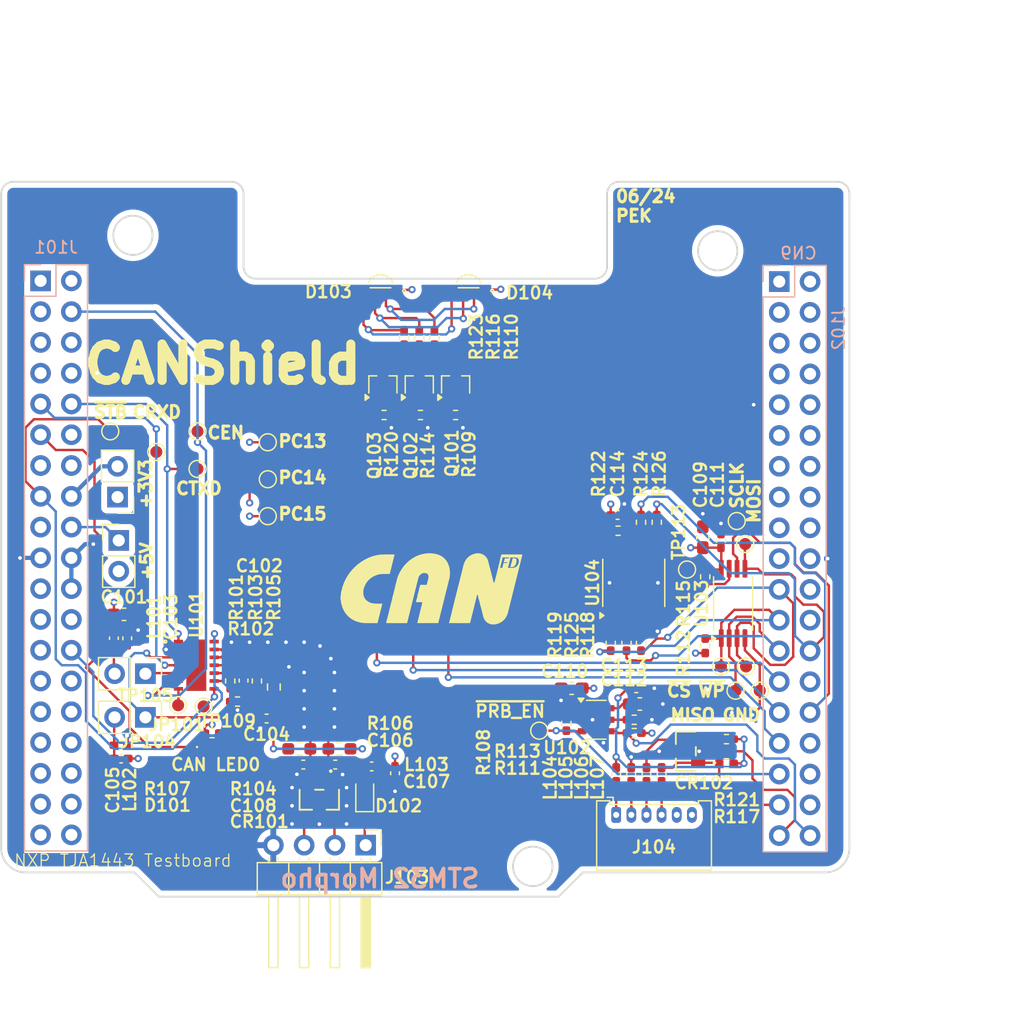
<source format=kicad_pcb>
(kicad_pcb (version 20240108) (generator "pcbnew") (generator_version "8.0")
  (layers (0 "F.Cu" signal) (1 "In1.Cu" signal) (2 "In2.Cu" signal) (31 "B.Cu" signal) (34 "B.Paste" user) (35 "F.Paste" user) (36 "B.SilkS" user "B.Silkscreen") (37 "F.SilkS" user "F.Silkscreen") (38 "B.Mask" user) (39 "F.Mask" user) (44 "Edge.Cuts" user))
  (net 0 "")
  (net 1 "GND")
  (net 2 "+3V3")
  (net 3 "Net-(U101-VBAT)")
  (net 4 "Net-(JP101-B)")
  (net 5 "Net-(C104-Pad1)")
  (net 6 "Net-(JP104-B)")
  (net 7 "/CAN0_N")
  (net 8 "+5V")
  (net 9 "/CAN0_P")
  (net 10 "PVCC")
  (net 11 "/USART1_TX")
  (net 12 "/USART1_RX")
  (net 13 "Net-(D101-A)")
  (net 14 "/CAN0_LED")
  (net 15 "Net-(D102-K)")
  (net 16 "Net-(D102-A)")
  (net 17 "Net-(D103-RK)")
  (net 18 "Net-(D103-GK)")
  (net 19 "Net-(D103-BK)")
  (net 20 "/PB1")
  (net 21 "/PC11")
  (net 22 "/PF0")
  (net 23 "/IOREF")
  (net 24 "/PC15")
  (net 25 "/PA1")
  (net 26 "/PF1")
  (net 27 "/PA13")
  (net 28 "/PA4")
  (net 29 "/VIN")
  (net 30 "/NRST")
  (net 31 "/PB7")
  (net 32 "/E5V")
  (net 33 "/PB12 {slash} PB8")
  (net 34 "/PC2")
  (net 35 "/CAN0_RXD")
  (net 36 "/PA15")
  (net 37 "/~{CAN0_ERR}")
  (net 38 "/PB11 {slash} PB9")
  (net 39 "/CAN0_EN")
  (net 40 "/VBAT")
  (net 41 "/PA14")
  (net 42 "/PC10")
  (net 43 "/PC14")
  (net 44 "/PC3")
  (net 45 "/PA0")
  (net 46 "/CAN0_TXD")
  (net 47 "/~{CAN0_STB}")
  (net 48 "/PC12")
  (net 49 "/PC13")
  (net 50 "/VDD")
  (net 51 "/AVDD")
  (net 52 "/PC7")
  (net 53 "/PA12")
  (net 54 "/PA6")
  (net 55 "/PB9")
  (net 56 "/FLASH_CS")
  (net 57 "/~{WP}")
  (net 58 "/LED0_BLU")
  (net 59 "/PA3")
  (net 60 "/PB6")
  (net 61 "/MOSI")
  (net 62 "/PROBE_EN")
  (net 63 "/PC9")
  (net 64 "/PC0")
  (net 65 "/PD8")
  (net 66 "/PA5")
  (net 67 "/MISO")
  (net 68 "/PD6")
  (net 69 "/PA2")
  (net 70 "/SCLK")
  (net 71 "/PC8")
  (net 72 "/LED0_RED")
  (net 73 "/PB10")
  (net 74 "/AGND")
  (net 75 "/5V-USB-CHG")
  (net 76 "/PA7")
  (net 77 "/PA11")
  (net 78 "/PC6")
  (net 79 "/LED0_GRN")
  (net 80 "/PB2")
  (net 81 "/PB0")
  (net 82 "/~{PRB_FLG}")
  (net 83 "/PC1")
  (net 84 "/PB8")
  (net 85 "Net-(J104-Pin_4)")
  (net 86 "Net-(J104-Pin_1)")
  (net 88 "Net-(J104-Pin_2)")
  (net 90 "Net-(J104-Pin_3)")
  (net 91 "Net-(JP101-A)")
  (net 92 "Net-(JP104-A)")
  (net 93 "Net-(Q101-D)")
  (net 94 "Net-(Q102-D)")
  (net 95 "Net-(Q103-D)")
  (net 96 "Net-(U101-WAKE)")
  (net 97 "Net-(U101-NC)")
  (net 98 "Net-(U102-ILIM)")
  (net 99 "/~{HOLD}")
  (net 100 "Net-(U104-~{WP})")
  (net 101 "Net-(U104-~{CS})")
  (net 102 "Net-(U104-~{HOLD})")
  (net 103 "Net-(U104-SCK)")
  (net 104 "Net-(U104-SO)")
  (net 105 "Net-(U104-SI)")
  (net 106 "/CAN0_INH")
  (footprint "TestPoint:TestPoint_Pad_D1.0mm" (layer "F.Cu") (at 122.25 92.55)
    (property "Reference" "TP106" (hide yes))
    (property "Value" "TestPoint_Small" (hide yes))
  )
  (footprint "TestPoint:TestPoint_Pad_D1.0mm" (layer "F.Cu") (at 156.85 100 90)
    (property "Reference" "TP113")
    (property "Value" "TestPoint_Small" (hide yes))
  )
  (footprint "Capacitor_SMD:C_0402_1005Metric_Pad0.74x0.62mm_HandSolder" (layer "F.Cu") (at 120.25 109.1675 -90)
    (property "Reference" "C102")
    (property "Value" "100nF" (hide yes))
  )
  (footprint "Resistor_SMD:R_0402_1005Metric_Pad0.72x0.64mm_HandSolder" (layer "F.Cu") (at 136 80.8475 90)
    (property "Reference" "R110")
    (property "Value" "1k" (hide yes))
  )
  (footprint "TestPoint:TestPoint_Pad_D1.0mm" (layer "F.Cu") (at 116.45 91.7)
    (property "Reference" "TP107" (hide yes))
    (property "Value" "TestPoint_Small" (hide yes))
  )
  (footprint "Package_TO_SOT_SMD:SOT-323_SC-70" (layer "F.Cu") (at 131.75 84.75 90)
    (property "Reference" "Q103")
    (property "Value" "Si1308EDL" (hide yes))
  )
  (footprint "Capacitor_SMD:C_0402_1005Metric_Pad0.74x0.62mm_HandSolder" (layer "F.Cu") (at 152.6575 109.8)
    (property "Reference" "C113")
    (property "Value" "100nF" (hide yes))
  )
  (footprint "Resistor_SMD:R_0402_1005Metric_Pad0.72x0.64mm_HandSolder" (layer "F.Cu") (at 134.75 80.8475 -90)
    (property "Reference" "R116")
    (property "Value" "1k" (hide yes))
  )
  (footprint "Inductor_SMD:L_0402_1005Metric_Pad0.77x0.64mm_HandSolder" (layer "F.Cu") (at 130.8225 116.25 180)
    (property "Reference" "L103")
    (property "Value" "BLM15AG121SN1D" (hide yes))
  )
  (footprint "Resistor_SMD:R_0603_1608Metric_Pad0.98x0.95mm_HandSolder" (layer "F.Cu") (at 128.1625 114.8)
    (property "Reference" "R106")
    (property "Value" "60E" (hide yes))
  )
  (footprint "Resistor_SMD:R_0402_1005Metric_Pad0.72x0.64mm_HandSolder" (layer "F.Cu") (at 152.4875 113.5 180)
    (property "Reference" "R111")
    (property "Value" "100k" (hide yes))
  )
  (footprint "Connector_PinHeader_2.54mm:PinHeader_1x02_P2.54mm_Vertical" (layer "F.Cu") (at 109.85 94.025 180)
    (property "Reference" "JP102" (hide yes))
    (property "Value" "SolderJumper_2_Open" (hide yes))
  )
  (footprint "TestPoint:TestPoint_Pad_D1.0mm" (layer "F.Cu") (at 122.25 89.5)
    (property "Reference" "TP101" (hide yes))
    (property "Value" "TestPoint_Small" (hide yes))
  )
  (footprint "TestPoint:TestPoint_Pad_D1.0mm" (layer "F.Cu") (at 161.718629 108 90)
    (property "Reference" "TP117" (hide yes))
    (property "Value" "TestPoint_Small" (hide yes))
  )
  (footprint "Capacitor_SMD:C_0402_1005Metric_Pad0.74x0.62mm_HandSolder" (layer "F.Cu") (at 159.65 97.6325 90)
    (property "Reference" "C111")
    (property "Value" "100nF" (hide yes))
  )
  (footprint "Package_TO_SOT_SMD:SOT-323_SC-70" (layer "F.Cu") (at 137.75 84.75 90)
    (property "Reference" "Q101")
    (property "Value" "Si1308EDL" (hide yes))
  )
  (footprint "Package_SO:SOIC-8-1EP_3.9x4.9mm_P1.27mm_EP2.29x3mm" (layer "F.Cu") (at 152.45 101.1 90)
    (property "Reference" "U104")
    (property "Value" "MR20H40" (hide yes))
  )
  (footprint "Resistor_SMD:R_0402_1005Metric_Pad0.72x0.64mm_HandSolder" (layer "F.Cu") (at 154.35 96.1025 -90)
    (property "Reference" "R126")
    (property "Value" "0E" (hide yes))
  )
  (footprint "TestPoint:TestPoint_Pad_D1.0mm" (layer "F.Cu") (at 114.85 111.2)
    (property "Reference" "TP105")
    (property "Value" "TestPoint_Small" (hide yes))
  )
  (footprint "LED_SMD:LED_0402_1005Metric_Pad0.77x0.64mm_HandSolder" (layer "F.Cu") (at 117.6775 114.65)
    (property "Reference" "D101")
    (property "Value" "LED" (hide yes))
  )
  (footprint "Connector_PinHeader_2.54mm:PinHeader_1x02_P2.54mm_Vertical" (layer "F.Cu") (at 112.15 112.2 -90)
    (property "Reference" "JP104")
    (property "Value" "Jumper_2_Open" (hide yes))
  )
  (footprint "Resistor_SMD:R_0402_1005Metric_Pad0.72x0.64mm_HandSolder" (layer "F.Cu") (at 121.35 109.2 90)
    (property "Reference" "R103")
    (property "Value" "0E" (hide yes))
  )
  (footprint "Fiducial:Fiducial_0.75mm_Mask2.25mm" (layer "F.Cu") (at 165.5 70)
    (property "Reference" "FID101" (hide yes))
    (property "Value" "Fiducial" (hide yes))
  )
  (footprint "Resistor_SMD:R_0402_1005Metric_Pad0.72x0.64mm_HandSolder" (layer "F.Cu") (at 146.89 112.7025 90)
    (property "Reference" "R108")
    (property "Value" "100k" (hide yes))
  )
  (footprint "Resistor_SMD:R_0402_1005Metric_Pad0.72x0.64mm_HandSolder" (layer "F.Cu") (at 158.35 100.6025 -90)
    (property "Reference" "R115")
    (property "Value" "100k" (hide yes))
  )
  (footprint "Resistor_SMD:R_0402_1005Metric_Pad0.72x0.64mm_HandSolder" (layer "F.Cu") (at 153.05 106.0975 90)
    (property "Reference" "R118")
    (property "Value" "0E" (hide yes))
  )
  (footprint "Resistor_SMD:R_0402_1005Metric_Pad0.72x0.64mm_HandSolder" (layer "F.Cu") (at 153.05 96.1025 -90)
    (property "Reference" "R124")
    (property "Value" "0E" (hide yes))
  )
  (footprint "155124M173200:LED_155124M173200" (layer "F.Cu") (at 131.55 77 180)
    (property "Reference" "D103")
    (property "Value" "LED_ARGB" (hide yes))
  )
  (footprint "Resistor_SMD:R_0402_1005Metric_Pad0.72x0.64mm_HandSolder" (layer "F.Cu") (at 131.8475 87.25)
    (property "Reference" "R120")
    (property "Value" "100k" (hide yes))
  )
  (footprint "Package_SO:TSSOP-8_4.4x3mm_P0.65mm" (layer "F.Cu") (at 160.65 102.8 90)
    (property "Reference" "U103")
    (property "Value" "AT25SF081-XMHD-X" (hide yes))
  )
  (footprint "TestPoint:TestPoint_Pad_D1.0mm" (layer "F.Cu") (at 162.85 110 90)
    (property "Reference" "TP114" (hide yes))
    (property "Value" "TestPoint_Small" (hide yes))
  )
  (footprint "Inductor_SMD:L_0402_1005Metric_Pad0.77x0.64mm_HandSolder" (layer "F.Cu") (at 154.75 116.9275 -90)
    (property "Reference" "L107")
    (property "Value" "BLM15AG121SN1D" (hide yes))
  )
  (footprint "Resistor_SMD:R_0402_1005Metric_Pad0.72x0.64mm_HandSolder" (layer "F.Cu") (at 119.7475 110.9)
    (property "Reference" "R102")
    (property "Value" "10k" (hide yes))
  )
  (footprint "TJA1443ATK:HVSON14_SOT1086-2_NXP" (layer "F.Cu") (at 116.35 107.9)
    (property "Reference" "U101")
    (property "Value" "TJA1443ATK/0Z" (hide yes))
  )
  (footprint "Resistor_SMD:R_0402_1005Metric_Pad0.72x0.64mm_HandSolder" (layer "F.Cu") (at 119.15 109.1975 -90)
    (property "Reference" "R101")
    (property "Value" "10k" (hide yes))
  )
  (footprint "Capacitor_SMD:C_0402_1005Metric_Pad0.74x0.62mm_HandSolder" (layer "F.Cu") (at 125.1825 116.1 180)
    (property "Reference" "C108")
    (property "Value" "10pF" (hide yes))
  )
  (footprint "Resistor_SMD:R_0402_1005Metric_Pad0.72x0.64mm_HandSolder" (layer "F.Cu") (at 137.75 87.25)
    (property "Reference" "R109")
    (property "Value" "100k" (hide yes))
  )
  (footprint "Resistor_SMD:R_0402_1005Metric_Pad0.72x0.64mm_HandSolder" (layer "F.Cu") (at 117.6525 113.5)
    (property "Reference" "R107")
    (property "Value" "1k" (hide yes))
  )
  (footprint "Inductor_SMD:L_0402_1005Metric_Pad0.77x0.64mm_HandSolder" (layer "F.Cu") (at 110.145 115.6)
    (property "Reference" "L102")
    (property "Value" "BLM15AG121SN1D" (hide yes))
  )
  (footprint "Resistor_SMD:R_0603_1608Metric_Pad0.98x0.95mm_HandSolder" (layer "F.Cu") (at 122.75 109.7 90)
    (property "Reference" "R105")
    (property "Value" "0E" (hide yes))
  )
  (footprint "MountingHole:MountingHole_2.7mm_M2.5" (layer "F.Cu") (at 159.38 73.7)
    (property "Reference" "H101" (hide yes))
    (property "Value" "MountingHole" (hide yes))
  )
  (footprint "Capacitor_SMD:C_0603_1608Metric_Pad1.08x0.95mm_HandSolder" (layer "F.Cu") (at 158.15 97.3375 90)
    (property "Reference" "C109")
    (property "Value" "10uF" (hide yes))
  )
  (footprint "TestPoint:TestPoint_Pad_D1.0mm" (layer "F.Cu") (at 159.65 108 90)
    (property "Reference" "TP115" (hide yes))
    (property "Value" "TestPoint_Small" (hide yes))
  )
  (footprint "TestPoint:TestPoint_Pad_D1.0mm" (layer "F.Cu") (at 113.05 90.3)
    (property "Reference" "TP102" (hide yes))
    (property "Value" "TestPoint_Small" (hide yes))
  )
  (footprint "PESD2CANFD27V-TR:SOT23_PESD2_NEX" (layer "F.Cu") (at 156.75 115 90)
    (property "Reference" "CR102")
    (property "Value" "PESD2CANFD27V-TR" (hide yes))
  )
  (footprint "Resistor_SMD:R_0402_1005Metric_Pad0.72x0.64mm_HandSolder" (layer "F.Cu") (at 160.0975 116 180)
    (property "Reference" "R117")
    (property "Value" "100k" (hide yes))
  )
  (footprint "Capacitor_SMD:C_0603_1608Metric_Pad1.08x0.95mm_HandSolder" (layer "F.Cu") (at 152.9525 111.1)
    (property "Reference" "C112")
    (property "Value" "120uF" (hide yes))
  )
  (footprint "Resistor_SMD:R_0402_1005Metric_Pad0.72x0.64mm_HandSolder" (layer "F.Cu") (at 151.1525 96.8 180)
    (property "Reference" "R122")
    (property "Value" "100k" (hide yes))
  )
  (footprint "Connector_Molex:Molex_PicoBlade_53048-0610_1x06_P1.25mm_Horizontal" (layer "F.Cu") (at 151 120.25)
    (property "Reference" "J104")
    (property "Value" "Conn_01x06_Socket" (hide yes))
  )
  (footprint "Resistor_SMD:R_0402_1005Metric_Pad0.72x0.64mm_HandSolder" (layer "F.Cu") (at 151.85 106.0975 90)
    (property "Reference" "R125")
    (property "Value" "0E" (hide yes))
  )
  (footprint "Inductor_SMD:L_0402_1005Metric_Pad0.77x0.64mm_HandSolder" (layer "F.Cu") (at 152.24 116.9275 -90)
    (property "Reference" "L105")
    (property "Value" "BLM15AG121SN1D" (hide yes))
  )
  (footprint "Capacitor_SMD:C_0402_1005Metric_Pad0.74x0.62mm_HandSolder" (layer "F.Cu") (at 110.65 105.6775 90)
    (property "Reference" "C103")
    (property "Value" "47nF" (hide yes))
  )
  (footprint "Connector_PinHeader_2.54mm:PinHeader_1x02_P2.54mm_Vertical" (layer "F.Cu") (at 112.15 108.6 -90)
    (property "Reference" "JP101")
    (property "Value" "Jumper_2_Open" (hide yes))
  )
  (footprint "Resistor_SMD:R_0402_1005Metric_Pad0.72x0.64mm_HandSolder" (layer "F.Cu") (at 134.8475 87.25)
    (property "Reference" "R114")
    (property "Value" "100k" (hide yes))
  )
  (footprint "Inductor_SMD:L_0402_1005Metric_Pad0.77x0.64mm_HandSolder" (layer "F.Cu") (at 109.55 105.6725 90)
    (property "Reference" "L101")
    (property "Value" "BLM15AG121SN1D" (hide yes))
  )
  (footprint "Capacitor_SMD:C_0402_1005Metric_Pad0.74x0.62mm_HandSolder" (layer "F.Cu") (at 132.75 116.8175 -90)
    (property "Reference" "C107")
    (property "Value" "100nF" (hide yes))
  )
  (footprint "Capacitor_SMD:C_0402_1005Metric_Pad0.74x0.62mm_HandSolder" (layer "F.Cu") (at 110.1175 114.5)
    (property "Reference" "C105")
    (property "Value" "47nF" (hide yes))
  )
  (footprint "Package_SO:TSOP-6_1.65x3.05mm_P0.95mm" (layer "F.Cu") (at 149.35 112.4)
    (property "Reference" "U102")
    (property "Value" "BD2222G" (hide yes))
  )
  (footprint "Capacitor_SMD:C_0402_1005Metric_Pad0.74x0.62mm_HandSolder" (layer "F.Cu") (at 151.1175 95.5)
    (property "Reference" "C114")
    (property "Value" "100nF" (hide yes))
  )
  (footprint "155124M173200:LED_155124M173200" (layer "F.Cu") (at 138.81825 77 180)
    (property "Reference" "D104")
    (property "Value" "LED_ARGB" (hide yes))
  )
  (footprint "Inductor_SMD:L_0402_1005Metric_Pad0.77x0.64mm_HandSolder" (layer "F.Cu") (at 151 116.9275 -90)
    (property "Reference" "L104")
    (property "Value" "BLM15AG121SN1D" (hide yes))
  )
  (footprint "Inductor_SMD:L_0402_1005Metric_Pad0.77x0.64mm_HandSolder" (layer "F.Cu") (at 153.5 116.9275 -90)
    (property "Reference" "L106")
    (property "Value" "BLM15AG121SN1D" (hide yes))
  )
  (footprint "Diode_SMD:D_0603_1608Metric" (layer "F.Cu") (at 130.25 118.5 90)
    (property "Reference" "D102")
    (property "Value" "CDBU40-HF" (hide yes))
  )
  (footprint "TestPoint:TestPoint_Pad_D1.0mm" (layer "F.Cu") (at 109.25 88.6)
    (property "Reference" "TP104" (hide yes))
    (property "Value" "TestPoint_Small" (hide yes))
  )
  (footprint "Fiducial:Fiducial_0.75mm_Mask2.25mm" (layer "F.Cu") (at 134 125.25)
    (property "Reference" "FID102" (hide yes))
    (property "Value" "Fiducial" (hide yes))
  )
  (footprint "Resistor_SMD:R_0402_1005Metric_Pad0.72x0.64mm_HandSolder" (layer "F.Cu") (at 152.4875 112.4)
    (property "Reference" "R113")
    (property "Value" "100k" (hide yes))
  )
  (footprint "MountingHole:MountingHole_2.7mm_M2.5" (layer "F.Cu") (at 111.12 72.42)
    (property "Reference" "H103" (hide yes))
    (property "Value" "MountingHole" (hide yes))
  )
  (footprint "Resistor_SMD:R_0603_1608Metric_Pad0.98x0.95mm_HandSolder" (layer "F.Cu") (at 124.85 114.8 180)
    (property "Reference" "R104")
    (property "Value" "60E" (hide yes))
  )
  (footprint "PESD2CANFD27V-TR:SOT23_PESD2_NEX" (layer "F.Cu") (at 126.5 119 180)
    (property "Reference" "CR101")
    (property "Value" "PESD2CANFD27V-TR" (hide yes))
  )
  (footprint "Capacitor_SMD:C_0603_1608Metric_Pad1.08x0.95mm_HandSolder" (layer "F.Cu") (at 110.3875 103.7)
    (property "Reference" "C101")
    (property "Value" "10uF" (hide yes))
  )
  (footprint "Resistor_SMD:R_0402_1005Metric_Pad0.72x0.64mm_HandSolder" (layer "F.Cu") (at 160.0975 114 180)
    (property "Reference" "R121")
    (property "Value" "100k" (hide yes))
  )
  (footprint "Connector_PinHeader_2.54mm:PinHeader_1x04_P2.54mm_Horizontal" (layer "F.Cu") (at 130.33 122.75 -90)
    (property "Reference" "J103")
    (property "Value" "Conn_01x04_Socket" (hide yes))
  )
  (footprint "TestPoint:TestPoint_Pad_D1.0mm" (layer "F.Cu") (at 160.85 110 90)
    (property "Reference" "TP119" (hide yes))
    (property "Value" "TestPoint_Small" (hide yes))
  )
  (footprint "MountingHole:MountingHole_2.7mm_M2.5" (layer "F.Cu") (at 144.12 124.5)
    (property "Reference" "H102" (hide yes))
    (property "Value" "MountingHole" (hide yes))
  )
  (footprint "Resistor_SMD:R_0402_1005Metric_Pad0.72x0.64mm_HandSolder" (layer "F.Cu") (at 150.55 106.0975 90)
    (property "Reference" "R119")
    (property "Value" "0E" (hide yes))
  )
  (footprint "TestPoint:TestPoint_Pad_D1.0mm" (layer "F.Cu") (at 122.25 95.6)
    (property "Reference" "TP108" (hide yes))
    (property "Value" "TestPoint_Small" (hide yes))
  )
  (footprint "TestPoint:TestPoint_Pad_D1.0mm" (layer "F.Cu") (at 160.95 96 90)
    (property "Reference" "TP118" (hide yes))
    (property "Value" "TestPoint_Small" (hide yes))
  )
  (footprint "TestPoint:TestPoint_Pad_D1.0mm" (layer "F.Cu") (at 116.95 111.3)
    (property "Reference" "TP109")
    (property "Value" "TestPoint_Small" (hide yes))
  )
  (footprint "Capacitor_SMD:C_0402_1005Metric_Pad0.74x0.62mm_HandSolder" (layer "F.Cu") (at 122.15 112.3 180)
    (property "Reference" "C104")
    (property "Value" "4700pF" (hide yes))
  )
  (footprint "Resistor_SMD:R_0402_1005Metric_Pad0.72x0.64mm_HandSolder" (layer "F.Cu") (at 158.35 106.2975 90)
    (property "Reference" "R112")
    (property "Value" "100k" (hide yes))
  )
  (footprint "TestPoint:TestPoint_Pad_D1.0mm" (layer "F.Cu") (at 116.45 88.6)
    (property "Reference" "TP103" (hide yes))
    (property "Value" "TestPoint_Small" (hide yes))
  )
  (footprint "Connector_PinHeader_2.54mm:PinHeader_1x02_P2.54mm_Vertical" (layer "F.Cu") (at 109.95 97.6)
    (property "Reference" "JP103" (hide yes))
    (property "Value" "SolderJumper_2_Open" (hide yes))
  )
  (footprint "Fiducial:Fiducial_0.75mm_Mask2.25mm" (layer "F.Cu") (at 104.75 70.25)
    (property "Reference" "FID103" (hide yes))
    (property "Value" "Fiducial" (hide yes))
  )
  (footprint "Resistor_SMD:R_0402_1005Metric_Pad0.72x0.64mm_HandSolder" (layer "F.Cu") (at 133.5 80.8475 -90)
    (property "Reference" "R123")
    (property "Value" "1k" (hide yes))
  )
  (footprint "TestPoint:TestPoint_Pad_D1.0mm" (layer "F.Cu") (at 144.65 113.3)
    (property "Reference" "~{PRB_EN}")
    (property "Value" "TestPoint_Small" (hide yes))
  )
  (footprint "Capacitor_SMD:C_0402_1005Metric_Pad0.74x0.62mm_HandSolder" (layer "F.Cu") (at 127.8175 116.1)
    (property "Reference" "C106")
    (property "Value" "10pF" (hide yes))
  )
  (footprint "Capacitor_SMD:C_0603_1608Metric_Pad1.08x0.95mm_HandSolder" (layer "F.Cu") (at 147.3275 109.8 180)
    (property "Reference" "C110")
    (property "Value" "10uF" (hide yes))
  )
  (footprint "Package_TO_SOT_SMD:SOT-323_SC-70" (layer "F.Cu") (at 134.75 84.75 90)
    (property "Reference" "Q102")
    (property "Value" "Si1308EDL" (hide yes))
  )
  (footprint "LOGO" (layer "F.Cu") (at 135.75 101.6)
    (property "Reference" "G***" (hide yes))
    (property "Value" "LOGO" (hide yes))
  )
  (footprint "TestPoint:TestPoint_Pad_D1.0mm" (layer "F.Cu") (at 161.65 97.9 90)
    (property "Reference" "TP116" (hide yes))
    (property "Value" "TestPoint_Small" (hide yes))
  )
  (footprint "Connector_PinSocket_2.54mm:PinSocket_2x19_P2.54mm_Vertical" (layer "B.Cu") (at 164.46 76.24 180)
    (property "Reference" "J102")
    (property "Value" "Conn_02x19_Odd_Even" (hide yes))
  )
  (footprint "Connector_PinSocket_2.54mm:PinSocket_2x19_P2.54mm_Vertical" (layer "B.Cu") (at 103.5 76.18 180)
    (property "Reference" "J101")
    (property "Value" "Conn_02x19_Odd_Even" (hide yes))
  )
  (gr_arc (start 170.25 123) (mid 169.664214 124.414214) (end 168.25 125) (stroke (width 0.15)) (layer "Edge.Cuts"))
  (gr_line (start 148.25 125) (end 168.25 125) (stroke (width 0.15)) (layer "Edge.Cuts"))
  (gr_line (start 111.25 125) (end 113.25 127) (stroke (width 0.15)) (layer "Edge.Cuts"))
  (gr_arc (start 119.25 68) (mid 119.957107 68.292893) (end 120.25 69) (stroke (width 0.15)) (layer "Edge.Cuts"))
  (gr_circle (center 144.12 124.5) (end 145.75 124.5) (stroke (width 0.15)) (fill none) (layer "Edge.Cuts"))
  (gr_line (start 120.25 69) (end 120.25 75) (stroke (width 0.15)) (layer "Edge.Cuts"))
  (gr_circle (center 159.38 73.7) (end 161 73.7) (stroke (width 0.15)) (fill none) (layer "Edge.Cuts"))
  (gr_line (start 113.25 127) (end 146.25 127) (stroke (width 0.15)) (layer "Edge.Cuts"))
  (gr_arc (start 121.25 76) (mid 120.542893 75.707107) (end 120.25 75) (stroke (width 0.15)) (layer "Edge.Cuts"))
  (gr_line (start 102.25 125) (end 111.25 125) (stroke (width 0.15)) (layer "Edge.Cuts"))
  (gr_arc (start 100.25 69) (mid 100.542893 68.292893) (end 101.25 68) (stroke (width 0.15)) (layer "Edge.Cuts"))
  (gr_line (start 169.25 68) (end 151.25 68) (stroke (width 0.15)) (layer "Edge.Cuts"))
  (gr_line (start 150.25 69) (end 150.25 75) (stroke (width 0.15)) (layer "Edge.Cuts"))
  (gr_line (start 149.25 76) (end 121.25 76) (stroke (width 0.15)) (layer "Edge.Cuts"))
  (gr_arc (start 169.25 68) (mid 169.957107 68.292893) (end 170.25 69) (stroke (width 0.15)) (layer "Edge.Cuts"))
  (gr_line (start 146.25 127) (end 148.25 125) (stroke (width 0.15)) (layer "Edge.Cuts"))
  (gr_arc (start 102.25 125) (mid 100.835786 124.414214) (end 100.25 123) (stroke (width 0.15)) (layer "Edge.Cuts"))
  (gr_arc (start 150.25 69) (mid 150.542893 68.292893) (end 151.25 68) (stroke (width 0.15)) (layer "Edge.Cuts"))
  (gr_line (start 170.25 123) (end 170.25 69) (stroke (width 0.15)) (layer "Edge.Cuts"))
  (gr_arc (start 150.25 75) (mid 149.957107 75.707107) (end 149.25 76) (stroke (width 0.15)) (layer "Edge.Cuts"))
  (gr_line (start 100.25 123) (end 100.25 69) (stroke (width 0.15)) (layer "Edge.Cuts"))
  (gr_line (start 101.25 68) (end 119.25 68) (stroke (width 0.15)) (layer "Edge.Cuts"))
  (gr_circle (center 111.12 72.42) (end 112.74 72.42) (stroke (width 0.15)) (fill none) (layer "Edge.Cuts"))
  (gr_text "CN9" (at 166.05 73.9 0) (layer "B.SilkS") (effects (font (size 1 1)) (justify mirror)))
  (gr_text "STM32 Morpho" (at 131.5 125.5 0) (layer "B.SilkS") (effects (font (size 1.5 1.5) (thickness 0.3)) (justify mirror)))
  (gr_text "PC14" (at 123 93 0) (layer "F.SilkS") (effects (font (size 1 1) (thickness 0.25) (bold yes)) (justify left bottom)))
  (gr_text "06/24\nPEK" (at 150.85 71.4 0) (layer "F.SilkS") (effects (font (size 1 1) (thickness 0.25) (bold yes)) (justify left bottom)))
  (gr_text "PC15" (at 123 96 0) (layer "F.SilkS") (effects (font (size 1 1) (thickness 0.25) (bold yes)) (justify left bottom)))
  (gr_text "~{STB}" (at 107.75 87.6 0) (layer "F.SilkS") (effects (font (size 1 1) (thickness 0.25) (bold yes)) (justify left bottom)))
  (gr_text "CTXD" (at 114.55 93.9 0) (layer "F.SilkS") (effects (font (size 1 1) (thickness 0.25) (bold yes)) (justify left bottom)))
  (gr_text "~{WP}" (at 157.65 110.6 0) (layer "F.SilkS") (effects (font (size 1 1) (thickness 0.25) (bold yes)) (justify left bottom)))
  (gr_text "CRXD" (at 110.95 87.6 0) (layer "F.SilkS") (effects (font (size 1 1) (thickness 0.25) (bold yes)) (justify left bottom)))
  (gr_text "+5V" (at 112.85 101 90) (layer "F.SilkS") (effects (font (size 1 1) (thickness 0.25) (bold yes)) (justify left bottom)))
  (gr_text "CANShield" (at 106.75 84.8 0) (layer "F.SilkS") (effects (font (size 3 3) (thickness 0.75) (bold yes)) (justify left bottom)))
  (gr_text "~{CS}" (at 155.05 110.6 0) (layer "F.SilkS") (effects (font (size 1 1) (thickness 0.25) (bold yes)) (justify left bottom)))
  (gr_text "CEN" (at 117.15 89.3 0) (layer "F.SilkS") (effects (font (size 1 1) (thickness 0.25) (bold yes)) (justify left bottom)))
  (gr_text "MISO" (at 155.35 112.6 0) (layer "F.SilkS") (effects (font (size 1 1) (thickness 0.25) (bold yes)) (justify left bottom)))
  (gr_text "SCLK" (at 161.55 95.1 90) (layer "F.SilkS") (effects (font (size 1 1) (thickness 0.25) (bold yes)) (justify left bottom)))
  (gr_text "PC13" (at 123 90 0) (layer "F.SilkS") (effects (font (size 1 1) (thickness 0.25) (bold yes)) (justify left bottom)))
  (gr_text "NXP TJA1443 Testboard" (at 101.25 124.6 0) (layer "F.SilkS") (effects (font (size 1 1) (thickness 0.1)) (justify left bottom)))
  (gr_text "+3V3" (at 112.75 95.1 90) (layer "F.SilkS") (effects (font (size 1 1) (thickness 0.25) (bold yes)) (justify left bottom)))
  (gr_text "CAN LED0" (at 117.95 116.1 0) (layer "F.SilkS") (effects (font (size 1 1) (thickness 0.2))))
  (gr_text "MOSI" (at 162.95 96.3 90) (layer "F.SilkS") (effects (font (size 1 1) (thickness 0.25) (bold yes)) (justify left bottom)))
  (gr_text "GND" (at 159.65 112.6 0) (layer "F.SilkS") (effects (font (size 1 1) (thickness 0.25) (bold yes)) (justify left bottom)))
  (segment (start 120.345 110.495) (end 120.25 110.4) (width 0.2) (layer "F.Cu") (net 1))
  (segment (start 110.685 113.735) (end 110.65 113.7) (width 0.2) (layer "F.Cu") (net 1))
  (segment (start 154.4 105.1) (end 154.4 103.62) (width 0.2) (layer "F.Cu") (net 1))
  (segment (start 119.75 111.6) (end 120.25 111.6) (width 0.2) (layer "F.Cu") (net 1))
  (segment (start 114.8768 106.600028) (end 115.721528 106.600028) (width 0.2) (layer "F.Cu") (net 1))
  (segment (start 138.35 88.3) (end 138.3475 88.2975) (width 0.2) (layer "F.Cu") (net 1))
  (segment (start 146.89 112.105) (end 147.355 112.105) (width 0.2) (layer "F.Cu") (net 1))
  (segment (start 162.85 107.9) (end 161.625 106.675) (width 0.2) (layer "F.Cu") (net 1))
  (segment (start 147.65 112.4) (end 148.19 112.4) (width 0.2) (layer "F.Cu") (net 1))
  (segment (start 154.4 103.62) (end 154.355 103.575) (width 0.2) (layer "F.Cu") (net 1))
  (segment (start 135.45 85.8) (end 135.4 85.75) (width 0.2) (layer "F.Cu") (net 1))
  (segment (start 151.685 94.596936) (end 151.685 95.5) (width 0.2) (layer "F.Cu") (net 1))
  (segment (start 132.45 87.255) (end 132.45 85.8) (width 0.2) (layer "F.Cu") (net 1))
  (segment (start 146.89 111.24) (end 146.45 110.8) (width 0.2) (layer "F.Cu") (net 1))
  (segment (start 114.8768 106.600028) (end 113.850028 106.600028) (width 0.2) (layer "F.Cu") (net 1))
  (segment (start 120.345 110.9) (end 120.345 110.495) (width 0.2) (layer "F.Cu") (net 1))
  (segment (start 128.421666 116.136666) (end 128.385 116.1) (width 0.2) (layer "F.Cu") (net 1))
  (segment (start 162.85 111.4) (end 162.85 110.103874) (width 0.2) (layer "F.Cu") (net 1))
  (segment (start 132.45 85.8) (end 132.4 85.75) (width 0.2) (layer "F.Cu") (net 1))
  (segment (start 162.25 112) (end 162.85 111.4) (width 0.2) (layer "F.Cu") (net 1))
  (segment (start 158.15 95.4) (end 158.15 96.475) (width 0.2) (layer "F.Cu") (net 1))
  (segment (start 152.238006 116.353006) (end 152.24 116.355) (width 0.2) (layer "F.Cu") (net 1))
  (segment (start 132.75 118.3) (end 132.75 117.385) (width 0.2) (layer "F.Cu") (net 1))
  (segment (start 120.25 110.4) (end 120.25 109.735) (width 0.2) (layer "F.Cu") (net 1))
  (segment (start 111.55 104) (end 111.25 103.7) (width 0.2) (layer "F.Cu") (net 1))
  (segment (start 148.19 112.4) (end 149.05 112.4) (width 0.2) (layer "F.Cu") (net 1))
  (segment (start 126.504695 121.012946) (end 126.504695 120.020695) (width 0.2) (layer "F.Cu") (net 1))
  (segment (start 116.35 107.2285) (end 116.35 107.9) (width 0.2) (layer "F.Cu") (net 1))
  (segment (start 152.238006 115.466576) (end 152.238006 116.353006) (width 0.2) (layer "F.Cu") (net 1))
  (segment (start 151.679741 94.591677) (end 151.685 94.596936) (width 0.2) (layer "F.Cu") (net 1))
  (segment (start 146.45 109.815) (end 146.465 109.8) (width 0.2) (layer "F.Cu") (net 1))
  (segment (start 135.45 87.255) (end 135.445 87.25) (width 0.2) (layer "F.Cu") (net 1))
  (segment (start 159.65 96.2) (end 159.65 97.065) (width 0.2) (layer "F.Cu") (net 1))
  (segment (start 121.5825 113.0825) (end 121.6 113.1) (width 0.2) (layer "F.Cu") (net 1))
  (segment (start 115.721528 106.600028) (end 116.35 107.2285) (width 0.2) (layer "F.Cu") (net 1))
  (segment (start 146.45 110.8) (end 146.45 109.815) (width 0.2) (layer "F.Cu") (net 1))
  (segment (start 120.25 111.6) (end 120.35 111.5) (width 0.2) (layer "F.Cu") (net 1))
  (segment (start 161.625 106.675) (end 161.625 105.6625) (width 0.2) (layer "F.Cu") (net 1))
  (segment (start 135.45 88.3) (end 135.45 87.255) (width 0.2) (layer "F.Cu") (net 1))
  (segment (start 154.85 111.1) (end 153.815 111.1) (width 0.2) (layer "F.Cu") (net 1))
  (segment (start 120.345 111.495) (end 120.345 110.9) (width 0.2) (layer "F.Cu") (net 1))
  (segment (start 154.15 109.8) (end 153.225 109.8) (width 0.2) (layer "F.Cu") (net 1))
  (segment (start 121.5825 112.3) (end 121.5825 113.0825) (width 0.2) (layer "F.Cu") (net 1))
  (segment (start 124.65 116.9) (end 124.65 116.135) (width 0.2) (layer "F.Cu") (net 1))
  (segment (start 110.76 105) (end 110.65 105.11) (width 0.2) (layer "F.Cu") (net 1))
  (segment (start 132.45 87.255) (end 132.445 87.25) (width 0.2) (layer "F.Cu") (net 1))
  (segment (start 116.35 106.6) (end 116.35 107.9) (width 0.2) (layer "F.Cu") (net 1))
  (segment (start 126.504695 120.020695) (end 126.5 120.016) (width 0.2) (layer "F.Cu") (net 1))
  (segment (start 138.35 88.3) (end 138.35 85.8) (width 0.2) (layer "F.Cu") (net 1))
  (segment (start 111.55 105) (end 111.55 104) (width 0.2) (layer "F.Cu") (net 1))
  (segment (start 124.65 116.135) (end 124.615 116.1) (width 0.2) (layer "F.Cu") (net 1))
  (segment (start 147.355 112.105) (end 147.65 112.4) (width 0.2) (layer "F.Cu") (net 1))
  (segment (start 162.85 110) (end 162.85 107.9) (width 0.2) (layer "F.Cu") (net 1))
  (segment (start 154.446125 101.1) (end 153.453874 101.1) (width 0.2) (layer "F.Cu") (net 1))
  (segment (start 110.685 114.5) (end 110.685 113.735) (width 0.2) (layer "F.Cu") (net 1))
  (segment (start 150.453875 101.1) (end 151.446126 101.1) (width 0.2) (layer "F.Cu") (net 1))
  (segment (start 113.850028 106.600028) (end 113.85 106.6) (width 0.2) (layer "F.Cu") (net 1))
  (segment (start 153.95 112.4) (end 153.085 112.4) (width 0.2) (layer "F.Cu") (net 1))
  (segment (start 138.35 85.8) (end 138.4 85.75) (width 0.2) (layer "F.Cu") (net 1))
  (segment (start 132.45 88.3) (end 132.45 87.255) (width 0.2) (layer "F.Cu") (net 1))
  (segment (start 138.3475 88.2975) (end 138.3475 87.25) (width 0.2) (layer "F.Cu") (net 1))
  (segment (start 111.55 105) (end 110.76 105) (width 0.2) (layer "F.Cu") (net 1))
  (segment (start 146.89 112.105) (end 146.89 111.24) (width 0.2) (layer "F.Cu") (net 1))
  (segment (start 120.35 111.5) (end 120.345 111.495) (width 0.2) (layer "F.Cu") (net 1))
  (segment (start 135.45 87.255) (end 135.45 85.8) (width 0.2) (layer "F.Cu") (net 1))
  (segment (start 155.734 115) (end 154.55 115) (width 0.2) (layer "F.Cu") (net 1))
  (segment (start 128.421666 116.919593) (end 128.421666 116.136666) (width 0.2) (layer "F.Cu") (net 1))
  (via (at 122.25 106) (size 0.6) (drill 0.3) (layers "F.Cu" "B.Cu") (net 1))
  (via (at 132.45 88.3) (size 0.6) (drill 0.3) (layers "F.Cu" "B.Cu") (net 1))
  (via (at 119.75 111.6) (size 0.6) (drill 0.3) (layers "F.Cu" "B.Cu") (net 1))
  (via (at 138.35 88.3) (size 0.6) (drill 0.3) (layers "F.Cu" "B.Cu") (net 1))
  (via (at 126.504695 121.012946) (size 0.6) (drill 0.3) (layers "F.Cu" "B.Cu") (net 1))
  (via (at 132.75 118.3) (size 0.6) (drill 0.3) (layers "F.Cu" "B.Cu") (net 1))
  (via (at 135.45 88.3) (size 0.6) (drill 0.3) (layers "F.Cu" "B.Cu") (net 1))
  (via (at 154.446125 101.1) (size 0.6) (drill 0.3) (layers "F.Cu" "B.Cu") (net 1))
  (via (at 124.25 119.5) (size 0.6) (drill 0.3) (layers "F.Cu" "B.Cu") (net 1))
  (via (at 127.75 111.5) (size 0.6) (drill 0.3) (layers "F.Cu" "B.Cu") (net 1))
  (via (at 151.679741 94.591677) (size 0.6) (drill 0.3) (layers "F.Cu" "B.Cu") (net 1))
  (via (at 113.85 106.6) (size 0.6) (drill 0.3) (layers "F.Cu" "B.Cu") (net 1))
  (via (at 124.25 118) (size 0.6) (drill 0.3) (layers "F.Cu" "B.Cu") (net 1))
  (via (at 121.6 113.1) (size 0.6) (drill 0.3) (layers "F.Cu" "B.Cu") (net 1))
  (via (at 125.25 106) (size 0.6) (drill 0.3) (layers "F.Cu" "B.Cu") (net 1))
  (via (at 123.993425 108.035496) (size 0.6) (drill 0.3) (layers "F.Cu" "B.Cu") (net 1))
  (via (at 158.55 109.9) (size 0.6) (drill 0.3) (layers "F.Cu" "B.Cu") (net 1))
  (via (at 149.95 114.3) (size 0.6) (drill 0.3) (layers "F.Cu" "B.Cu") (net 1))
  (via (at 128.75 121) (size 0.6) (drill 0.3) (layers "F.Cu" "B.Cu") (net 1))
  (via (at 126.559668 106.309919) (size 0.6) (drill 0.3) (layers "F.Cu" "B.Cu") (net 1))
  (via (at 150.453875 101.1) (size 0.6) (drill 0.3) (layers "F.Cu" "B.Cu") (net 1))
  (via (at 127.75 110) (size 0.6) (drill 0.3) (layers "F.Cu" "B.Cu") (net 1))
  (via (at 125.25 113) (size 0.6) (drill 0.3) (layers "F.Cu" "B.Cu") (net 1))
  (via (at 154.15 109.8) (size 0.6) (drill 0.3) (layers "F.Cu" "B.Cu") (net 1))
  (via (at 119.25 106) (size 0.6) (drill 0.3) (layers "F.Cu" "B.Cu") (net 1))
  (via (at 128.75 118) (size 0.6) (drill 0.3) (layers "F.Cu" "B.Cu") (net 1))
  (via (at 128.421666 116.919593) (size 0.6) (drill 0.3) (layers "F.Cu" "B.Cu") (net 1))
  (via (at 127.75 113) (size 0.6) (drill 0.3) (layers "F.Cu" "B.Cu") (net 1))
  (via (at 127.453429 107.354114) (size 0.6) (drill 0.3) (layers "F.Cu" "B.Cu") (net 1))
  (via (at 128.75 119.5) (size 0.6) (drill 0.3) (layers "F.Cu" "B.Cu") (net 1))
  (via (at 158.15 95.4) (size 0.6) (drill 0.3) (layers "F.Cu" "B.Cu") (net 1))
  (via (at 108.154016 83.795984) (size 0.6) (drill 0.3) (layers "F.Cu" "B.Cu") (net 1))
  (via (at 146.45 110.8) (size 0.6) (drill 0.3) (layers "F.Cu" "B.Cu") (net 1))
  (via (at 160.55 111.8) (size 0.6) (drill 0.3) (layers "F.Cu" "B.Cu") (net 1))
  (via (at 159.65 96.2) (size 0.6) (drill 0.3) (layers "F.Cu" "B.Cu") (net 1))
  (via (at 124.65 116.9) (size 0.6) (drill 0.3) (layers "F.Cu" "B.Cu") (net 1))
  (via (at 152.238006 115.466576) (size 0.6) (drill 0.3) (layers "F.Cu" "B.Cu") (net 1))
  (via (at 154.85 111.1) (size 0.6) (drill 0.3) (layers "F.Cu" "B.Cu") (net 1))
  (via (at 127.75 108.5) (size 0.6) (drill 0.3) (layers "F.Cu" "B.Cu") (net 1))
  (via (at 110.65 113.7) (size 0.6) (drill 0.3) (layers "F.Cu" "B.Cu") (net 1))
  (via (at 168.45 99.1) (size 0.6) (drill 0.3) (layers "F.Cu" "B.Cu") (net 1))
  (via (at 162.345984 86.404016) (size 0.6) (drill 0.3) (layers "F.Cu" "B.Cu") (net 1))
  (via (at 111.55 105) (size 0.6) (drill 0.3) (layers "F.Cu" "B.Cu") (net 1))
  (via (at 157.85 115) (size 0.6) (drill 0.3) (layers "F.Cu" "B.Cu") (net 1))
  (via (at 107.85 97.90687) (size 0.6) (drill 0.3) (layers "F.Cu" "B.Cu") (net 1))
  (via (at 154.55 115) (size 0.6) (drill 0.3) (layers "F.Cu" "B.Cu") (net 1))
  (via (at 162.25 112) (size 0.6) (drill 0.3) (layers "F.Cu" "B.Cu") (net 1))
  (via (at 123.75 106) (size 0.6) (drill 0.3) (layers "F.Cu" "B.Cu") (net 1))
  (via (at 125.25 108.5) (size 0.6) (drill 0.3) (layers "F.Cu" "B.Cu") (net 1))
  (via (at 120.75 106) (size 0.6) (drill 0.3) (layers "F.Cu" "B.Cu") (net 1))
  (via (at 149.05 112.4) (size 0.6) (drill 0.3) (layers "F.Cu" "B.Cu") (net 1))
  (via (at 125.25 110) (size 0.6) (drill 0.3) (layers "F.Cu" "B.Cu") (net 1))
  (via (at 154.4 105.1) (size 0.6) (drill 0.3) (layers "F.Cu" "B.Cu") (net 1))
  (via (at 124.25 121) (size 0.6) (drill 0.3) (layers "F.Cu" "B.Cu") (net 1))
  (via (at 101.8 99.044016) (size 0.6) (drill 0.3) (layers "F.Cu" "B.Cu") (net 1))
  (via (at 153.95 112.4) (size 0.6) (drill 0.3) (layers "F.Cu" "B.Cu") (net 1))
  (via (at 125.25 111.5) (size 0.6) (drill 0.3) (layers "F.Cu" "B.Cu") (net 1))
  (segment (start 101.804016 99.04) (end 101.8 99.044016) (width 0.35) (layer "B.Cu") (net 1))
  (segment (start 103.5 99.04) (end 101.804016 99.04) (width 0.35) (layer "B.Cu") (net 1))
  (segment (start 107.85 97.90687) (end 107.17313 97.90687) (width 0.35) (layer "B.Cu") (net 1))
  (segment (start 107.17313 97.90687) (end 106.04 99.04) (width 0.35) (layer "B.Cu") (net 1))
  (segment (start 106.04 101.58) (end 106.04 99.04) (width 0.35) (layer "B.Cu") (net 1))
  (segment (start 150.555 96.8) (end 150.555 98.615) (width 0.2) (layer "F.Cu") (net 2))
  (segment (start 134.125 76.925) (end 134.15 76.9) (width 0.2) (layer "F.Cu") (net 2))
  (segment (start 153.95 113.5) (end 153.085 113.5) (width 0.2) (layer "F.Cu") (net 2))
  (segment (start 159.6075 100.005) (end 159.675 99.9375) (width 0.2) (layer "F.Cu") (net 2))
  (segment (start 141.45 76.9) (end 141.475 76.875) (width 0.2) (layer "F.Cu") (net 2))
  (segment (start 159.675 98.225) (end 159.65 98.2) (width 0.2) (layer "F.Cu") (net 2))
  (segment (start 157.15 98.2) (end 159.65 98.2) (width 0.2) (layer "F.Cu") (net 2))
  (segment (start 109.55 102.7) (end 109.55 105.1) (width 0.2) (layer "F.Cu") (net 2))
  (segment (start 150.55 95.5) (end 150.55 96.795) (width 0.2) (layer "F.Cu") (net 2))
  (segment (start 150.55 95.5) (end 150.55 94.6) (width 0.2) (layer "F.Cu") (net 2))
  (segment (start 140.275 76.9) (end 141.45 76.9) (width 0.2) (layer "F.Cu") (net 2))
  (segment (start 158.345 106.9) (end 158.35 106.895) (width 0.2) (layer "F.Cu") (net 2))
  (segment (start 117.25 112.8) (end 117.65 112.8) (width 0.2) (layer "F.Cu") (net 2))
  (segment (start 156.85 100) (end 158.345 100) (width 0.2) (layer "F.Cu") (net 2))
  (segment (start 150.55 96.795) (end 150.555 96.8) (width 0.2) (layer "F.Cu") (net 2))
  (segment (start 132.95 76.925) (end 134.125 76.925) (width 0.2) (layer "F.Cu") (net 2))
  (segment (start 150.555 98.615) (end 150.545 98.625) (width 0.2) (layer "F.Cu") (net 2))
  (segment (start 117.055 113.5) (end 117.055 112.995) (width 0.2) (layer "F.Cu") (net 2))
  (segment (start 158.345 100) (end 158.35 100.005) (width 0.2) (layer "F.Cu") (net 2))
  (segment (start 158.35 100.005) (end 159.6075 100.005) (width 0.2) (layer "F.Cu") (net 2))
  (segment (start 159.675 99.9375) (end 159.675 98.225) (width 0.2) (layer "F.Cu") (net 2))
  (segment (start 117.055 112.995) (end 117.25 112.8) (width 0.2) (layer "F.Cu") (net 2))
  (segment (start 157.55 106.9) (end 158.345 106.9) (width 0.2) (layer "F.Cu") (net 2))
  (via (at 153.95 113.5) (size 0.6) (drill 0.3) (layers "F.Cu" "B.Cu") (net 2))
  (via (at 157.15 98.2) (size 0.6) (drill 0.3) (layers "F.Cu" "B.Cu") (net 2))
  (via (at 141.475 76.875) (size 0.6) (drill 0.3) (layers "F.Cu" "B.Cu") (net 2))
  (via (at 150.55 94.6) (size 0.6) (drill 0.3) (layers "F.Cu" "B.Cu") (net 2))
  (via (at 109.55 102.7) (size 0.6) (drill 0.3) (layers "F.Cu" "B.Cu") (net 2))
  (via (at 157.55 106.9) (size 0.6) (drill 0.3) (layers "F.Cu" "B.Cu") (net 2))
  (via (at 117.65 112.8) (size 0.6) (drill 0.3) (layers "F.Cu" "B.Cu") (net 2))
  (via (at 134.15 76.9) (size 0.6) (drill 0.3) (layers "F.Cu" "B.Cu") (net 2))
  (segment (start 106.04 93.96) (end 108.515 91.485) (width 0.35) (layer "B.Cu") (net 2))
  (segment (start 108.515 91.485) (end 109.85 91.485) (width 0.35) (layer "B.Cu") (net 2))
  (segment (start 109.785 93.96) (end 109.85 94.025) (width 0.2) (layer "B.Cu") (net 2))
  (segment (start 119.099986 108.549986) (end 119.15 108.6) (width 0.2) (layer "F.Cu") (net 3))
  (segment (start 120.2525 108.6025) (end 120.25 108.6) (width 0.2) (layer "F.Cu") (net 3))
  (segment (start 121.35 108.6025) (end 120.2525 108.6025) (width 0.2) (layer "F.Cu") (net 3))
  (segment (start 119.15 108.6) (end 120.25 108.6) (width 0.2) (layer "F.Cu") (net 3))
  (segment (start 117.8232 108.549986) (end 119.099986 108.549986) (width 0.2) (layer "F.Cu") (net 3))
  (segment (start 109.55 108.54) (end 109.61 108.6) (width 0.2) (layer "F.Cu") (net 4))
  (segment (start 109.55 106.245) (end 110.65 106.245) (width 0.2) (layer "F.Cu") (net 4))
  (segment (start 109.55 106.245) (end 109.55 108.54) (width 0.2) (layer "F.Cu") (net 4))
  (segment (start 122.7175 114.787871) (end 122.7175 112.3) (width 0.2) (layer "F.Cu") (net 5))
  (segment (start 129.075 114.8) (end 130.05 114.8) (width 0.2) (layer "F.Cu") (net 5))
  (segment (start 122.7175 112.3) (end 122.7175 110.645) (width 0.2) (layer "F.Cu") (net 5))
  (segment (start 123.927012 114.789512) (end 123.9375 114.8) (width 0.2) (layer "F.Cu") (net 5))
  (segment (start 122.719141 114.789512) (end 122.7175 114.787871) (width 0.2) (layer "F.Cu") (net 5))
  (segment (start 122.7175 110.645) (end 122.75 110.6125) (width 0.2) (layer "F.Cu") (net 5))
  (segment (start 122.719141 114.789512) (end 123.927012 114.789512) (width 0.2) (layer "F.Cu") (net 5))
  (via (at 122.719141 114.789512) (size 0.6) (drill 0.3) (layers "F.Cu" "B.Cu") (net 5))
  (via (at 130.05 114.8) (size 0.6) (drill 0.3) (layers "F.Cu" "B.Cu") (net 5))
  (segment (start 130.05 114.8) (end 122.729629 114.8) (width 0.2) (layer "B.Cu") (net 5))
  (segment (start 122.729629 114.8) (end 122.719141 114.789512) (width 0.2) (layer "B.Cu") (net 5))
  (segment (start 109.5725 115.6) (end 109.5725 112.2375) (width 0.2) (layer "F.Cu") (net 6))
  (segment (start 109.5725 112.2375) (end 109.61 112.2) (width 0.2) (layer "F.Cu") (net 6))
  (segment (start 117.8232 106.600028) (end 118.394701 106.600028) (width 0.2) (layer "F.Cu") (net 7))
  (segment (start 126.833763 113.652512) (end 127.25 114.068749) (width 0.2) (layer "F.Cu") (net 7))
  (segment (start 126.73125 108.108025) (end 126.73125 113.405024) (width 0.2) (layer "F.Cu") (net 7))
  (segment (start 127.25 114.068749) (end 127.25 114.8) (width 0.2) (layer "F.Cu") (net 7))
  (segment (start 127.25 114.8) (end 127.25 116.1) (width 0.2) (layer "F.Cu") (net 7))
  (segment (start 127.749999 121.149999) (end 127.749999 122.749999) (width 0.2) (layer "F.Cu") (net 7))
  (segment (start 127.249998 116.099999) (end 127.249998 116.699999) (width 0.2) (layer "F.Cu") (net 7))
  (segment (start 127.249998 116.699999) (end 127.449999 116.9) (width 0.2) (layer "F.Cu") (net 7))
  (segment (start 127.45 117.983999) (end 127.45 120.85) (width 0.2) (layer "F.Cu") (net 7))
  (segment (start 125.570734 106.802534) (end 126.628738 107.860538) (width 0.2) (layer "F.Cu") (net 7))
  (segment (start 127.449999 116.9) (end 127.449999 117.983999) (width 0.2) (layer "F.Cu") (net 7))
  (segment (start 118.394701 106.600028) (end 118.494694 106.700021) (width 0.2) (layer "F.Cu") (net 7))
  (segment (start 118.494694 106.700021) (end 125.323246 106.700021) (width 0.2) (layer "F.Cu") (net 7))
  (segment (start 127.45 120.85) (end 127.749999 121.149999) (width 0.2) (layer "F.Cu") (net 7))
  (arc (start 126.73125 108.108025) (mid 126.704608 107.974086) (end 126.628738 107.860538) (width 0.2) (layer "F.Cu") (net 7))
  (arc (start 125.323246 106.700021) (mid 125.457186 106.726663) (end 125.570734 106.802534) (width 0.2) (layer "F.Cu") (net 7))
  (arc (start 126.833763 113.652512) (mid 126.757892 113.538964) (end 126.73125 113.405024) (width 0.2) (layer "F.Cu") (net 7))
  (segment (start 111.55 115.6) (end 110.7175 115.6) (width 0.2) (layer "F.Cu") (net 8))
  (segment (start 132.75 115.4) (end 132.75 116.25) (width 0.2) (layer "F.Cu") (net 8))
  (segment (start 148.19 109.8) (end 149.15 109.8) (width 0.2) (layer "F.Cu") (net 8))
  (segment (start 148.19 109.8) (end 148.19 111.45) (width 0.2) (layer "F.Cu") (net 8))
  (segment (start 131.395 116.25) (end 132.75 116.25) (width 0.2) (layer "F.Cu") (net 8))
  (via (at 132.75 115.4) (size 0.6) (drill 0.3) (layers "F.Cu" "B.Cu") (net 8))
  (via (at 111.55 115.6) (size 0.6) (drill 0.3) (layers "F.Cu" "B.Cu") (net 8))
  (via (at 149.15 109.8) (size 0.6) (drill 0.3) (layers "F.Cu" "B.Cu") (net 8))
  (segment (start 106.04 96.5) (end 108.85 96.5) (width 0.2) (layer "B.Cu") (net 8))
  (segment (start 108.85 96.5) (end 109.95 97.6) (width 0.2) (layer "B.Cu") (net 8))
  (segment (start 125.549999 116.900001) (end 125.549999 117.984) (width 0.2) (layer "F.Cu") (net 9))
  (segment (start 125.75 116.7) (end 125.549999 116.900001) (width 0.2) (layer "F.Cu") (net 9))
  (segment (start 118.494694 107.150021) (end 125.136846 107.150021) (width 0.2) (layer "F.Cu") (net 9))
  (segment (start 125.549999 120.850001) (end 125.25 121.15) (width 0.2) (layer "F.Cu") (net 9))
  (segment (start 125.549999 117.984) (end 125.549999 120.850001) (width 0.2) (layer "F.Cu") (net 9))
  (segment (start 125.384334 107.252534) (end 126.178738 108.046938) (width 0.2) (layer "F.Cu") (net 9))
  (segment (start 126.178737 113.652512) (end 125.7625 114.068749) (width 0.2) (layer "F.Cu") (net 9))
  (segment (start 125.75 116.1) (end 125.75 116.7) (width 0.2) (layer "F.Cu") (net 9))
  (segment (start 117.8232 107.250014) (end 118.394701 107.250014) (width 0.2) (layer "F.Cu") (net 9))
  (segment (start 125.7625 116.0875) (end 125.75 116.1) (width 0.2) (layer "F.Cu") (net 9))
  (segment (start 125.25 121.15) (end 125.25 122.75) (width 0.2) (layer "F.Cu") (net 9))
  (segment (start 125.7625 114.8) (end 125.7625 116.0875) (width 0.2) (layer "F.Cu") (net 9))
  (segment (start 118.394701 107.250014) (end 118.494694 107.150021) (width 0.2) (layer "F.Cu") (net 9))
  (segment (start 126.28125 108.294425) (end 126.28125 113.405024) (width 0.2) (layer "F.Cu") (net 9))
  (segment (start 125.7625 114.068749) (end 125.7625 114.8) (width 0.2) (layer "F.Cu") (net 9))
  (arc (start 126.28125 113.405024) (mid 126.254608 113.538964) (end 126.178737 113.652512) (width 0.2) (layer "F.Cu") (net 9))
  (arc (start 125.136846 107.150021) (mid 125.270786 107.176663) (end 125.384334 107.252534) (width 0.2) (layer "F.Cu") (net 9))
  (arc (start 126.28125 108.294425) (mid 126.254608 108.160486) (end 126.178738 108.046938) (width 0.2) (layer "F.Cu") (net 9))
  (segment (start 161.55 116) (end 160.695 116) (width 0.2) (layer "F.Cu") (net 10))
  (segment (start 151.95 109.8) (end 152.09 109.8) (width 0.2) (layer "F.Cu") (net 10))
  (segment (start 151.55 111.1) (end 152.09 111.1) (width 0.2) (layer "F.Cu") (net 10))
  (segment (start 151.15 110.6) (end 151.95 109.8) (width 0.2) (layer "F.Cu") (net 10))
  (segment (start 150.51 111.45) (end 151.2 111.45) (width 0.2) (layer "F.Cu") (net 10))
  (segment (start 150.995448 115.457485) (end 150.995448 116.350448) (width 0.2) (layer "F.Cu") (net 10))
  (segment (start 150.995448 116.350448) (end 151 116.355) (width 0.2) (layer "F.Cu") (net 10))
  (segment (start 151.2 111.45) (end 151.55 111.1) (width 0.2) (layer "F.Cu") (net 10))
  (segment (start 152.09 109.8) (end 152.09 111.1) (width 0.2) (layer "F.Cu") (net 10))
  (segment (start 161.55 114) (end 160.695 114) (width 0.2) (layer "F.Cu") (net 10))
  (via (at 150.995448 115.457485) (size 0.6) (drill 0.3) (layers "F.Cu" "B.Cu") (net 10))
  (via (at 161.55 116) (size 0.6) (drill 0.3) (layers "F.Cu" "B.Cu") (net 10))
  (via (at 151.15 110.6) (size 0.6) (drill 0.3) (layers "F.Cu" "B.Cu") (net 10))
  (via (at 161.55 114) (size 0.6) (drill 0.3) (layers "F.Cu" "B.Cu") (net 10))
  (segment (start 150.995448 113.154552) (end 150.995448 115.457485) (width 0.2) (layer "B.Cu") (net 10))
  (segment (start 161.25 116.3) (end 161.55 116) (width 0.2) (layer "B.Cu") (net 10))
  (segment (start 151.85 116.3) (end 161.25 116.3) (width 0.2) (layer "B.Cu") (net 10))
  (segment (start 151.007485 115.457485) (end 151.85 116.3) (width 0.2) (layer "B.Cu") (net 10))
  (segment (start 161.55 114) (end 161.55 116) (width 0.2) (layer "B.Cu") (net 10))
  (segment (start 151.15 110.6) (end 151.15 113) (width 0.2) (layer "B.Cu") (net 10))
  (segment (start 150.995448 115.457485) (end 151.007485 115.457485) (width 0.2) (layer "B.Cu") (net 10))
  (segment (start 151.15 113) (end 150.995448 113.154552) (width 0.2) (layer "B.Cu") (net 10))
  (segment (start 159.450001 115.950001) (end 159.5 116) (width 0.2) (layer "F.Cu") (net 11))
  (segment (start 157.766 115.950001) (end 159.450001 115.950001) (width 0.2) (layer "F.Cu") (net 11))
  (segment (start 156.049999 115.950001) (end 157.766 115.950001) (width 0.2) (layer "F.Cu") (net 11))
  (segment (start 159.5 117.75) (end 161.17 119.42) (width 0.2) (layer "F.Cu") (net 11))
  (segment (start 155.645 116.355) (end 156.049999 115.950001) (width 0.2) (layer "F.Cu") (net 11))
  (segment (start 161.17 119.42) (end 164.46 119.42) (width 0.2) (layer "F.Cu") (net 11))
  (segment (start 154.75 116.355) (end 155.645 116.355) (width 0.2) (layer "F.Cu") (net 11))
  (segment (start 159.5 116) (end 159.5 117.75) (width 0.2) (layer "F.Cu") (net 11))
  (segment (start 162.25 115.75) (end 161.5 115) (width 0.2) (layer "F.Cu") (net 12))
  (segment (start 159.5 114.75) (end 159.5 114) (width 0.2) (layer "F.Cu") (net 12))
  (segment (start 157.766 114.049999) (end 159.450001 114.049999) (width 0.2) (layer "F.Cu") (net 12))
  (segment (start 153.5 116.355) (end 153.5 115) (width 0.2) (layer "F.Cu") (net 12))
  (segment (start 165.75 118.8) (end 165.135144 118.185144) (width 0.2) (layer "F.Cu") (net 12))
  (segment (start 153.5 115) (end 154.450001 114.049999) (width 0.2) (layer "F.Cu") (net 12))
  (segment (start 159.75 115) (end 159.5 114.75) (width 0.2) (layer "F.Cu") (net 12))
  (segment (start 165.75 120.67) (end 165.75 118.8) (width 0.2) (layer "F.Cu") (net 12))
  (segment (start 163.185144 118.185144) (end 162.25 117.25) (width 0.2) (layer "F.Cu") (net 12))
  (segment (start 154.450001 114.049999) (end 157.766 114.049999) (width 0.2) (layer "F.Cu") (net 12))
  (segment (start 162.25 117.25) (end 162.25 115.75) (width 0.2) (layer "F.Cu") (net 12))
  (segment (start 165.135144 118.185144) (end 163.185144 118.185144) (width 0.2) (layer "F.Cu") (net 12))
  (segment (start 159.450001 114.049999) (end 159.5 114) (width 0.2) (layer "F.Cu") (net 12))
  (segment (start 164.46 121.96) (end 165.75 120.67) (width 0.2) (layer "F.Cu") (net 12))
  (segment (start 161.5 115) (end 159.75 115) (width 0.2) (layer "F.Cu") (net 12))
  (segment (start 118.25 113.5) (end 118.25 114.65) (width 0.2) (layer "F.Cu") (net 13))
  (segment (start 104.757861 90.137861) (end 103.5 88.88) (width 0.2) (layer "F.Cu") (net 14))
  (segment (start 110.85 113.051471) (end 110.85 111.7) (width 0.2) (layer "F.Cu") (net 14))
  (segment (start 108.4 106.95) (end 108.4 97.25) (width 0.2) (layer "F.Cu") (net 14))
  (segment (start 107.95 91.1) (end 106.987861 90.137861) (width 0.2) (layer "F.Cu") (net 14))
  (segment (start 107.25 108.1) (end 108.4 106.95) (width 0.2) (layer "F.Cu") (net 14))
  (segment (start 117.105 114.65) (end 112.448529 114.65) (width 0.2) (layer "F.Cu") (net 14))
  (segment (start 110.85 111.7) (end 107.25 108.1) (width 0.2) (layer "F.Cu") (net 14))
  (segment (start 106.987861 90.137861) (end 104.757861 90.137861) (width 0.2) (layer "F.Cu") (net 14))
  (segment (start 108.4 97.25) (end 107.95 96.8) (width 0.2) (layer "F.Cu") (net 14))
  (segment (start 107.95 96.8) (end 107.95 91.1) (width 0.2) (layer "F.Cu") (net 14))
  (segment (start 112.448529 114.65) (end 110.85 113.051471) (width 0.2) (layer "F.Cu") (net 14))
  (segment (start 130.25 119.2875) (end 130.25 122.67) (width 0.2) (layer "F.Cu") (net 15))
  (segment (start 130.25 122.67) (end 130.33 122.75) (width 0.2) (layer "F.Cu") (net 15))
  (segment (start 130.25 116.25) (end 130.25 117.7125) (width 0.2) (layer "F.Cu") (net 16))
  (segment (start 136 79.25) (end 136 80.25) (width 0.2) (layer "F.Cu") (net 17))
  (segment (start 135.25 78.5) (end 136 79.25) (width 0.2) (layer "F.Cu") (net 17))
  (segment (start 139.25 78.5) (end 139.26825 78.48175) (width 0.2) (layer "F.Cu") (net 17))
  (segment (start 132 78.25) (end 132 77.25) (width 0.2) (layer "F.Cu") (net 17))
  (segment (start 139.26825 78.48175) (end 139.26825 77.25) (width 0.2) (layer "F.Cu") (net 17))
  (segment (start 132.35 78.5) (end 132.25 78.5) (width 0.2) (layer "F.Cu") (net 17))
  (segment (start 132.25 78.5) (end 132 78.25) (width 0.2) (layer "F.Cu") (net 17))
  (segment (start 132.35 78.5) (end 135.25 78.5) (width 0.2) (layer "F.Cu") (net 17))
  (via (at 139.25 78.5) (size 0.6) (drill 0.3) (layers "F.Cu" "B.Cu") (net 17))
  (via (at 132.35 78.5) (size 0.6) (drill 0.3) (layers "F.Cu" "B.Cu") (net 17))
  (segment (start 136.85 78.5) (end 139.25 78.5) (width 0.2) (layer "B.Cu") (net 17))
  (segment (start 135.95 79.4) (end 136.85 78.5) (width 0.2) (layer "B.Cu") (net 17))
  (segment (start 132.35 78.5) (end 133.25 79.4) (width 0.2) (layer "B.Cu") (net 17))
  (segment (start 133.25 79.4) (end 135.95 79.4) (width 0.2) (layer "B.Cu") (net 17))
  (segment (start 131.1 78.85) (end 131.1 77.25) (width 0.2) (layer "F.Cu") (net 18))
  (segment (start 138.385346 79.291961) (end 138.303596 79.210211) (width 0.2) (layer "F.Cu") (net 18))
  (segment (start 134.75 79.5) (end 134.75 80.25) (width 0.2) (layer "F.Cu") (net 18))
  (segment (start 131.5 79.25) (end 131.1 78.85) (width 0.2) (layer "F.Cu") (net 18))
  (segment (start 134.5 79.25) (end 134.75 79.5) (width 0.2) (layer "F.Cu") (net 18))
  (segment (start 138.36825 79.21825) (end 138.36825 77.25) (width 0.2) (layer "F.Cu") (net 18))
  (segment (start 131.5 79.25) (end 134.5 79.25) (width 0.2) (layer "F.Cu") (net 18))
  (via (at 138.385346 79.291961) (size 0.6) (drill 0.3) (layers "F.Cu" "B.Cu") (net 18))
  (via (at 131.5 79.25) (size 0.6) (drill 0.3) (layers "F.Cu" "B.Cu") (net 18))
  (segment (start 138.45 79.4) (end 138.35 79.3) (width 0.2) (layer "B.Cu") (net 18))
  (segment (start 138.35 79.3) (end 138.45 79.3) (width 0.2) (layer "B.Cu") (net 18))
  (segment (start 136.25 80) (end 137 79.25) (width 0.2) (layer "B.Cu") (net 18))
  (segment (start 132.25 80) (end 136.25 80) (width 0.2) (layer "B.Cu") (net 18))
  (segment (start 138.45 79.3) (end 138.45 79.4) (width 0.2) (layer "B.Cu") (net 18))
  (segment (start 137 79.25) (end 138.3 79.25) (width 0.2) (layer "B.Cu") (net 18))
  (segment (start 138.235346 79.241961) (end 138.285346 79.291961) (width 0.2) (layer "B.Cu") (net 18))
  (segment (start 131.5 79.25) (end 132.25 80) (width 0.2) (layer "B.Cu") (net 18))
  (segment (start 130.15 79.8) (end 130.15 76.925) (width 0.2) (layer "F.Cu") (net 19))
  (segment (start 130.55 80.2) (end 130.6 80.25) (width 0.2) (layer "F.Cu") (net 19))
  (segment (start 130.6 80.25) (end 133.5 80.25) (width 0.2) (layer "F.Cu") (net 19))
  (segment (start 137.41825 80.144763) (end 137.41825 76.925) (width 0.2) (layer "F.Cu") (net 19))
  (segment (start 130.55 80.2) (end 130.15 79.8) (width 0.2) (layer "F.Cu") (net 19))
  (via (at 137.41825 80.144763) (size 0.6) (drill 0.3) (layers "F.Cu" "B.Cu") (net 19))
  (via (at 130.55 80.2) (size 0.6) (drill 0.3) (layers "F.Cu" "B.Cu") (net 19))
  (segment (start 130.55 80.2) (end 130.95 80.6) (width 0.2) (layer "B.Cu") (net 19))
  (segment (start 130.95 80.6) (end 136.963013 80.6) (width 0.2) (layer "B.Cu") (net 19))
  (segment (start 136.963013 80.6) (end 137.363013 80.2) (width 0.2) (layer "B.Cu") (net 19))
  (segment (start 122.25 95.6) (end 120.75 95.6) (width 0.2) (layer "F.Cu") (net 24))
  (via (at 120.75 95.6) (size 0.6) (drill 0.3) (layers "F.Cu" "B.Cu") (net 24))
  (segment (start 114.8768 107.9) (end 113.75 107.9) (width 0.2) (layer "F.Cu") (net 35))
  (segment (start 113.75 107.9) (end 113.85 107.9) (width 0.2) (layer "F.Cu") (net 35))
  (segment (start 113.05 90.3) (end 113.05 88.4) (width 0.2) (layer "F.Cu") (net 35))
  (via (at 113.05 88.4) (size 0.6) (drill 0.3) (layers "F.Cu" "B.Cu") (net 35))
  (via (at 113.75 107.9) (size 0.6) (drill 0.3) (layers "F.Cu" "B.Cu") (net 35))
  (segment (start 113.05 88.4) (end 113.05 107.2) (width 0.2) (layer "B.Cu") (net 35))
  (segment (start 104.65 87.49) (end 103.5 86.34) (width 0.2) (layer "B.Cu") (net 35))
  (segment (start 113.05 88.4) (end 112.14 87.49) (width 0.2) (layer "B.Cu") (net 35))
  (segment (start 113.05 107.2) (end 113.75 107.9) (width 0.2) (layer "B.Cu") (net 35))
  (segment (start 112.14 87.49) (end 104.65 87.49) (width 0.2) (layer "B.Cu") (net 35))
  (segment (start 116.95 111.3) (end 117.05 111.3) (width 0.2) (layer "F.Cu") (net 37))
  (segment (start 117.8232 109.849958) (end 117.8232 110.4732) (width 0.2) (layer "F.Cu") (net 37))
  (segment (start 117.8232 110.4732) (end 117.85 110.5) (width 0.2) (layer "F.Cu") (net 37))
  (segment (start 117.05 111.3) (end 117.85 110.5) (width 0.2) (layer "F.Cu") (net 37))
  (via (at 117.85 110.5) (size 0.6) (drill 0.3) (layers "F.Cu" "B.Cu") (net 37))
  (segment (start 107.85 108.47) (end 106.04 106.66) (width 0.2) (layer "B.Cu") (net 37))
  (segment (start 110.05 114.3) (end 107.85 112.1) (width 0.2) (layer "B.Cu") (net 37))
  (segment (start 114.05 114.3) (end 110.05 114.3) (width 0.2) (layer "B.Cu") (net 37))
  (segment (start 117.85 110.5) (end 114.05 114.3) (width 0.2) (layer "B.Cu") (net 37))
  (segment (start 107.85 112.1) (end 107.85 108.47) (width 0.2) (layer "B.Cu") (net 37))
  (segment (start 112.35 110.4) (end 112.45 110.4) (width 0.2) (layer "F.Cu") (net 39))
  (segment (start 112.85 110.4) (end 112.35 110.4) (width 0.2) (layer "F.Cu") (net 39))
  (segment (start 114.8768 109.199972) (end 114.050028 109.199972) (width 0.2) (layer "F.Cu") (net 39))
  (segment (start 116.45 89.5) (end 116.45 88.6) (width 0.2) (layer "F.Cu") (net 39))
  (segment (start 114.050028 109.199972) (end 112.85 110.4) (width 0.2) (layer "F.Cu") (net 39))
  (via (at 116.45 89.5) (size 0.6) (drill 0.3) (layers "F.Cu" "B.Cu") (net 39))
  (via (at 112.35 110.4) (size 0.6) (drill 0.3) (layers "F.Cu" "B.Cu") (net 39))
  (via (at 112.35 110.4) (size 0.6) (drill 0.3) (layers "F.Cu" "B.Cu") (net 39))
  (segment (start 112.93 78.72) (end 106.04 78.72) (width 0.2) (layer "B.Cu") (net 39))
  (segment (start 114.95 110.4) (end 112.35 110.4) (width 0.2) (layer "B.Cu") (net 39))
  (segment (start 117.15 108.2) (end 114.95 110.4) (width 0.2) (layer "B.Cu") (net 39))
  (segment (start 116.45 82.2) (end 112.95 78.7) (width 0.2) (layer "B.Cu") (net 39))
  (segment (start 116.45 89.5) (end 117.15 90.2) (width 0.2) (layer "B.Cu") (net 39))
  (segment (start 112.95 78.7) (end 112.93 78.72) (width 0.2) (layer "B.Cu") (net 39))
  (segment (start 116.45 89.5) (end 116.45 82.2) (width 0.2) (layer "B.Cu") (net 39))
  (segment (start 117.15 90.2) (end 117.15 108.2) (width 0.2) (layer "B.Cu") (net 39))
  (segment (start 121.4 92.55) (end 120.75 93.2) (width 0.2) (layer "F.Cu") (net 43))
  (segment (start 122.25 92.55) (end 121.4 92.55) (width 0.2) (layer "F.Cu") (net 43))
  (segment (start 120.75 93.2) (end 120.75 94.5) (width 0.2) (layer "F.Cu") (net 43))
  (via (at 120.75 94.5) (size 0.6) (drill 0.3) (layers "F.Cu" "B.Cu") (net 43))
  (segment (start 116.45 91.7) (end 113.95 91.7) (width 0.2) (layer "F.Cu") (net 46))
  (segment (start 114.8768 105.3268) (end 114.8768 105.950042) (width 0.2) (layer "F.Cu") (net 46))
  (segment (start 114.85 105.3) (end 114.8768 105.3268) (width 0.2) (layer "F.Cu") (net 46))
  (via (at 114.85 105.3) (size 0.6) (drill 0.3) (layers "F.Cu" "B.Cu") (net 46))
  (via (at 113.95 91.7) (size 0.6) (drill 0.3) (layers "F.Cu" "B.Cu") (net 46))
  (segment (start 113.95 88.1) (end 112.19 86.34) (width 0.2) (layer "B.Cu") (net 46))
  (segment (start 112.19 86.34) (end 106.04 86.34) (width 0.2) (layer "B.Cu") (net 46))
  (segment (start 114.85 105.3) (end 113.95 104.4) (width 0.2) (layer "B.Cu") (net 46))
  (segment (start 113.95 104.4) (end 113.95 88.1) (width 0.2) (layer "B.Cu") (net 46))
  (segment (start 102.95 87.6) (end 102.25 88.3) (width 0.2) (layer "F.Cu") (net 47))
  (segment (start 117.8232 105.3268) (end 117.85 105.3) (width 0.2) (layer "F.Cu") (net 47))
  (segment (start 108.25 87.6) (end 102.95 87.6) (width 0.2) (layer "F.Cu") (net 47))
  (segment (start 117.8232 105.950042) (end 117.8232 105.3268) (width 0.2) (layer "F.Cu") (net 47))
  (segment (start 102.25 88.3) (end 102.25 92.71) (width 0.2) (layer "F.Cu") (net 47))
  (segment (start 102.25 92.71) (end 103.5 93.96) (width 0.2) (layer "F.Cu") (net 47))
  (segment (start 109.25 88.6) (end 108.25 87.6) (width 0.2) (layer "F.Cu") (net 47))
  (via (at 117.85 105.3) (size 0.6) (drill 0.3) (layers "F.Cu" "B.Cu") (net 47))
  (segment (start 104.75 107.4) (end 104.75 95.21) (width 0.2) (layer "B.Cu") (net 47))
  (segment (start 117.85 105.3) (end 117.85 109.6) (width 0.2) (layer "B.Cu") (net 47))
  (segment (start 107.25 112.5) (end 107.25 108.543654) (width 0.2) (layer "B.Cu") (net 47))
  (segment (start 105.25 107.9) (end 104.75 107.4) (width 0.2) (layer "B.Cu") (net 47))
  (segment (start 114.398529 114.8) (end 109.55 114.8) (width 0.2) (layer "B.Cu") (net 47))
  (segment (start 117.85 109.6) (end 118.45 110.2) (width 0.2) (layer "B.Cu") (net 47))
  (segment (start 104.75 95.21) (end 103.5 93.96) (width 0.2) (layer "B.Cu") (net 47))
  (segment (start 106.606346 107.9) (end 105.25 107.9) (width 0.2) (layer "B.Cu") (net 47))
  (segment (start 118.45 110.748529) (end 114.398529 114.8) (width 0.2) (layer "B.Cu") (net 47))
  (segment (start 107.25 108.543654) (end 106.606346 107.9) (width 0.2) (layer "B.Cu") (net 47))
  (segment (start 109.55 114.8) (end 107.25 112.5) (width 0.2) (layer "B.Cu") (net 47))
  (segment (start 118.45 110.2) (end 118.45 110.748529) (width 0.2) (layer "B.Cu") (net 47))
  (segment (start 122.25 89.5) (end 120.75 89.5) (width 0.2) (layer "F.Cu") (net 49))
  (via (at 120.75 89.5) (size 0.6) (drill 0.3) (layers "F.Cu" "B.Cu") (net 49))
  (segment (start 160.754314 103.33) (end 159.675 104.409314) (width 0.2) (layer "F.Cu") (net 56))
  (segment (start 159.675 104.409314) (end 159.675 105.6625) (width 0.2) (layer "F.Cu") (net 56))
  (segment (start 159.675 105.6625) (end 159.675 107.975) (width 0.2) (layer "F.Cu") (net 56))
  (segment (start 159.675 107.975) (end 159.65 108) (width 0.2) (layer "F.Cu") (net 56))
  (segment (start 163.61 103.33) (end 160.754314 103.33) (width 0.2) (layer "F.Cu") (net 56))
  (segment (start 158.35 105.7) (end 159.6375 105.7) (width 0.2) (layer "F.Cu") (net 56))
  (segment (start 150.55 106.695) (end 149.755 106.695) (width 0.2) (layer "F.Cu") (net 56))
  (segment (start 159.6375 105.7) (end 159.675 105.6625) (width 0.2) (layer "F.Cu") (net 56))
  (segment (start 164.46 104.18) (end 163.61 103.33) (width 0.2) (layer "F.Cu") (net 56))
  (segment (start 149.755 106.695) (end 149.65 106.8) (width 0.2) (layer "F.Cu") (net 56))
  (via (at 149.65 106.8) (size 0.6) (drill 0.3) (layers "F.Cu" "B.Cu") (net 56))
  (segment (start 153.25 106.8) (end 153.75 106.3) (width 0.2) (layer "B.Cu") (net 56))
  (segment (start 153.75 106.3) (end 155.85 106.3) (width 0.2) (layer "B.Cu") (net 56))
  (segment (start 157.97 104.18) (end 164.46 104.18) (width 0.2) (layer "B.Cu") (net 56))
  (segment (start 149.65 106.8) (end 153.25 106.8) (width 0.2) (layer "B.Cu") (net 56))
  (segment (start 155.85 106.3) (end 157.97 104.18) (width 0.2) (layer "B.Cu") (net 56))
  (segment (start 155.15 105.7) (end 154.35 105.7) (width 0.2) (layer "F.Cu") (net 57))
  (segment (start 162.35 104.7) (end 162.35 106.5) (width 0.2) (layer "F.Cu") (net 57))
  (segment (start 160.975 104.675) (end 161.25 104.4) (width 0.2) (layer "F.Cu") (net 57))
  (segment (start 160.975 105.6625) (end 160.975 104.675) (width 0.2) (layer "F.Cu") (net 57))
  (segment (start 160.975 105.6625) (end 160.975 107.059314) (width 0.2) (layer "F.Cu") (net 57))
  (segment (start 162.05 104.4) (end 162.35 104.7) (width 0.2) (layer "F.Cu") (net 57))
  (segment (start 164.936346 107.87) (end 165.61 107.196346) (width 0.2) (layer "F.Cu") (net 57))
  (segment (start 155.25 105.6) (end 155.15 105.7) (width 0.2) (layer "F.Cu") (net 57))
  (segment (start 153.355 106.695) (end 153.05 106.695) (width 0.2) (layer "F.Cu") (net 57))
  (segment (start 161.25 104.4) (end 162.05 104.4) (width 0.2) (layer "F.Cu") (net 57))
  (segment (start 160.975 107.059314) (end 161.75 107.834314) (width 0.2) (layer "F.Cu") (net 57))
  (segment (start 163.72 107.87) (end 164.936346 107.87) (width 0.2) (layer "F.Cu") (net 57))
  (segment (start 165.61 107.196346) (end 165.61 102.79) (width 0.2) (layer "F.Cu") (net 57))
  (segment (start 161.75 107.834314) (end 161.75 108) (width 0.2) (layer "F.Cu") (net 57))
  (segment (start 162.35 106.5) (end 163.72 107.87) (width 0.2) (layer "F.Cu") (net 57))
  (segment (start 154.35 105.7) (end 153.355 106.695) (width 0.2) (layer "F.Cu") (net 57))
  (segment (start 165.61 102.79) (end 164.46 101.64) (width 0.2) (layer "F.Cu") (net 57))
  (via (at 155.25 105.6) (size 0.6) (drill 0.3) (layers "F.Cu" "B.Cu") (net 57))
  (segment (start 155.25 105.6) (end 159.35 101.5) (width 0.2) (layer "B.Cu") (net 57))
  (segment (start 159.35 101.5) (end 164.32 101.5) (width 0.2) (layer "B.Cu") (net 57))
  (segment (start 164.32 101.5) (end 164.46 101.64) (width 0.2) (layer "B.Cu") (net 57))
  (segment (start 131.25 87.25) (end 131.25 107.7) (width 0.2) (layer "F.Cu") (net 58))
  (segment (start 131.1 85.75) (end 131.1 86.35) (width 0.2) (layer "F.Cu") (net 58))
  (segment (start 131.1 86.35) (end 131.25 86.5) (width 0.2) (layer "F.Cu") (net 58))
  (segment (start 131.25 86.5) (end 131.25 87.25) (width 0.2) (layer "F.Cu") (net 58))
  (via (at 131.25 107.7) (size 0.6) (drill 0.3) (layers "F.Cu" "B.Cu") (net 58))
  (segment (start 162.9 107.7) (end 131.25 107.7) (width 0.2) (layer "B.Cu") (net 58))
  (segment (start 164.46 109.26) (end 162.9 107.7) (width 0.2) (layer "B.Cu") (net 58))
  (segment (start 154.35 95.505) (end 154.35 94.6) (width 0.2) (layer "F.Cu") (net 61))
  (segment (start 163.15 100.4) (end 165.45 100.4) (width 0.2) (layer "F.Cu") (net 61))
  (segment (start 161.625 99.9375) (end 161.625 97.925) (width 0.2) (layer "F.Cu") (net 61))
  (segment (start 161.625 99.9375) (end 162.6875 99.9375) (width 0.2) (layer "F.Cu") (net 61))
  (segment (start 161.625 97.925) (end 161.65 97.9) (width 0.2) (layer "F.Cu") (net 61))
  (segment (start 165.45 100.4) (end 165.75 100.7) (width 0.2) (layer "F.Cu") (net 61))
  (segment (start 167.55 102.9) (end 168.15 103.5) (width 0.2) (layer "F.Cu") (net 61))
  (segment (start 165.75 102.208173) (end 166.441827 102.9) (width 0.2) (layer "F.Cu") (net 61))
  (segment (start 166.441827 102.9) (end 167.55 102.9) (width 0.2) (layer "F.Cu") (net 61))
  (segment (start 168.15 105.57) (end 167 106.72) (width 0.2) (layer "F.Cu") (net 61))
  (segment (start 165.75 100.7) (end 165.75 102.208173) (width 0.2) (layer "F.Cu") (net 61))
  (segment (start 162.6875 99.9375) (end 163.15 100.4) (width 0.2) (layer "F.Cu") (net 61))
  (segment (start 168.15 103.5) (end 168.15 105.57) (width 0.2) (layer "F.Cu") (net 61))
  (via (at 154.35 94.6) (size 0.6) (drill 0.3) (layers "F.Cu" "B.Cu") (net 61))
  (segment (start 165.75 100.8) (end 165.75 105.47) (width 0.2) (layer "B.Cu") (net 61))
  (segment (start 154.75 94.6) (end 160.45 100.3) (width 0.2) (layer "B.Cu") (net 61))
  (segment (start 165.25 100.3) (end 165.75 100.8) (width 0.2) (layer "B.Cu") (net 61))
  (segment (start 154.35 94.6) (end 154.75 94.6) (width 0.2) (layer "B.Cu") (net 61))
  (segment (start 165.75 105.47) (end 167 106.72) (width 0.2) (layer "B.Cu") (net 61))
  (segment (start 160.45 100.3) (end 165.25 100.3) (width 0.2) (layer "B.Cu") (net 61))
  (segment (start 146.05 113.3) (end 146.89 113.3) (width 0.2) (layer "F.Cu") (net 62))
  (segment (start 146.94 113.35) (end 146.89 113.3) (width 0.2) (layer "F.Cu") (net 62))
  (segment (start 144.65 113.3) (end 146.05 113.3) (width 0.2) (layer "F.Cu") (net 62))
  (segment (start 148.19 113.35) (end 146.94 113.35) (width 0.2) (layer "F.Cu") (net 62))
  (via (at 146.05 113.3) (size 0.6) (drill 0.3) (layers "F.Cu" "B.Cu") (net 62))
  (segment (start 151.13 116.88) (end 147.55 113.3) (width 0.2) (layer "B.Cu") (net 62))
  (segment (start 164.46 116.88) (end 151.13 116.88) (width 0.2) (layer "B.Cu") (net 62))
  (segment (start 147.55 113.3) (end 146.05 113.3) (width 0.2) (layer "B.Cu") (net 62))
  (segment (start 162.25 103.9) (end 162.85 104.5) (width 0.2) (layer "F.Cu") (net 67))
  (segment (start 162.85 105.1) (end 164.46 106.71) (width 0.2) (layer "F.Cu") (net 67))
  (segment (start 153.85 107.5) (end 154.25 107.1) (width 0.2) (layer "F.Cu") (net 67))
  (segment (start 160.325 105.6625) (end 160.325 107.175) (width 0.2) (layer "F.Cu") (net 67))
  (segment (start 164.46 106.71) (end 164.46 106.72) (width 0.2) (layer "F.Cu") (net 67))
  (segment (start 152.05 107.5) (end 153.85 107.5) (width 0.2) (layer "F.Cu") (net 67))
  (segment (start 160.325 104.525) (end 160.95 103.9) (width 0.2) (layer "F.Cu") (net 67))
  (segment (start 151.85 107.3) (end 152.05 107.5) (width 0.2) (layer "F.Cu") (net 67))
  (segment (start 160.95 103.9) (end 162.25 103.9) (width 0.2) (layer "F.Cu") (net 67))
  (segment (start 162.85 104.5) (end 162.85 105.1) (width 0.2) (layer "F.Cu") (net 67))
  (segment (start 160.85 107.7) (end 160.85 110) (width 0.2) (layer "F.Cu") (net 67))
  (segment (start 151.85 106.695) (end 151.85 107.3) (width 0.2) (layer "F.Cu") (net 67))
  (segment (start 160.325 107.175) (end 160.85 107.7) (width 0.2) (layer "F.Cu") (net 67))
  (segment (start 160.325 105.6625) (end 160.325 104.525) (width 0.2) (layer "F.Cu") (net 67))
  (via (at 154.25 107.1) (size 0.6) (drill 0.3) (layers "F.Cu" "B.Cu") (net 67))
  (segment (start 157.75 105.5) (end 163.24 105.5) (width 0.2) (layer "B.Cu") (net 67))
  (segment (start 154.25 107.1) (end 156.15 107.1) (width 0.2) (layer "B.Cu") (net 67))
  (segment (start 156.15 107.1) (end 157.75 105.5) (width 0.2) (layer "B.Cu") (net 67))
  (segment (start 163.24 105.5) (end 164.46 106.72) (width 0.2) (layer "B.Cu") (net 67))
  (segment (start 160.95 97.1) (end 160.95 96) (width 0.2) (layer "F.Cu") (net 70))
  (segment (start 160.65 97.4) (end 160.95 97.1) (width 0.2) (layer "F.Cu") (net 70))
  (segment (start 168.55 101.323654) (end 167.476346 100.25) (width 0.2) (layer "F.Cu") (net 70))
  (segment (start 165.75 98.2) (end 165.35 97.8) (width 0.2) (layer "F.Cu") (net 70))
  (segment (start 167 111.8) (end 168.55 110.25) (width 0.2) (layer "F.Cu") (net 70))
  (segment (start 162.865686 97.8) (end 162.165686 97.1) (width 0.2) (layer "F.Cu") (net 70))
  (segment (start 160.975 99.025) (end 160.65 98.7) (width 0.2) (layer "F.Cu") (net 70))
  (segment (start 153.05 95.505) (end 153.05 94.6) (width 0.2) (layer "F.Cu") (net 70))
  (segment (start 168.55 110.25) (end 168.55 101.323654) (width 0.2) (layer "F.Cu") (net 70))
  (segment (start 162.165686 97.1) (end 160.95 97.1) (width 0.2) (layer "F.Cu") (net 70))
  (segment (start 165.75 99.54) (end 165.75 98.2) (width 0.2) (layer "F.Cu") (net 70))
  (segment (start 160.65 98.7) (end 160.65 97.4) (width 0.2) (layer "F.Cu") (net 70))
  (segment (start 166.46 100.25) (end 165.75 99.54) (width 0.2) (layer "F.Cu") (net 70))
  (segment (start 165.35 97.8) (end 162.865686 97.8) (width 0.2) (layer "F.Cu") (net 70))
  (segment (start 167.476346 100.25) (end 166.46 100.25) (width 0.2) (layer "F.Cu") (net 70))
  (segment (start 160.975 99.9375) (end 160.975 99.025) (width 0.2) (layer "F.Cu") (net 70))
  (via (at 153.05 94.6) (size 0.6) (drill 0.3) (layers "F.Cu" "B.Cu") (net 70))
  (segment (start 159.05 97.8) (end 165.35 97.8) (width 0.2) (layer "B.Cu") (net 70))
  (segment (start 167.45 100.3) (end 168.25 101.1) (width 0.2) (layer "B.Cu") (net 70))
  (segment (start 153.05 94.6) (end 153.65 94) (width 0.2) (layer "B.Cu") (net 70))
  (segment (start 165.75 99.6) (end 166.45 100.3) (width 0.2) (layer "B.Cu") (net 70))
  (segment (start 165.75 98.2) (end 165.75 99.6) (width 0.2) (layer "B.Cu") (net 70))
  (segment (start 166.45 100.3) (end 167.45 100.3) (width 0.2) (layer "B.Cu") (net 70))
  (segment (start 153.65 94) (end 155.25 94) (width 0.2) (layer "B.Cu") (net 70))
  (segment (start 168.25 110.55) (end 167 111.8) (width 0.2) (layer "B.Cu") (net 70))
  (segment (start 165.35 97.8) (end 165.75 98.2) (width 0.2) (layer "B.Cu") (net 70))
  (segment (start 155.25 94) (end 159.05 97.8) (width 0.2) (layer "B.Cu") (net 70))
  (segment (start 168.25 101.1) (end 168.25 110.55) (width 0.2) (layer "B.Cu") (net 70))
  (segment (start 137.1 87.1975) (end 137.1525 87.25) (width 0.2) (layer "F.Cu") (net 72))
  (segment (start 137.1 85.75) (end 137.1 87.1975) (width 0.2) (layer "F.Cu") (net 72))
  (segment (start 137.1525 108.9) (end 137.1525 87.25) (width 0.2) (layer "F.Cu") (net 72))
  (via (at 137.1525 108.9) (size 0.6) (drill 0.3) (layers "F.Cu" "B.Cu") (net 72))
  (segment (start 163.25 113.13) (end 164.46 114.34) (width 0.2) (layer "B.Cu") (net 72))
  (segment (start 163.25 111.7) (end 163.25 113.13) (width 0.2) (layer "B.Cu") (net 72))
  (segment (start 160.45 108.9) (end 163.25 111.7) (width 0.2) (layer "B.Cu") (net 72))
  (segment (start 137.1525 108.9) (end 160.45 108.9) (width 0.2) (layer "B.Cu") (net 72))
  (segment (start 134.25 87.25) (end 134.25 108.3) (width 0.2) (layer "F.Cu") (net 79))
  (segment (start 134.25 108.3) (end 134.25 108) (width 0.2) (layer "F.Cu") (net 79))
  (segment (start 134.25 86.75) (end 134.25 87.25) (width 0.2) (layer "F.Cu") (net 79))
  (segment (start 134.1 85.75) (end 134.1 86.6) (width 0.2) (layer "F.Cu") (net 79))
  (segment (start 134.1 86.6) (end 134.25 86.75) (width 0.2) (layer "F.Cu") (net 79))
  (via (at 134.25 108.3) (size 0.6) (drill 0.3) (layers "F.Cu" "B.Cu") (net 79))
  (segment (start 164.45 111.8) (end 160.95 108.3) (width 0.2) (layer "B.Cu") (net 79))
  (segment (start 164.46 111.8) (end 164.45 111.8) (width 0.2) (layer "B.Cu") (net 79))
  (segment (start 160.95 108.3) (end 134.25 108.3) (width 0.2) (layer "B.Cu") (net 79))
  (segment (start 152.65 114.333945) (end 152.65 114.26) (width 0.2) (layer "F.Cu") (net 82))
  (segment (start 151.15 113.5) (end 151.89 113.5) (width 0.2) (layer "F.Cu") (net 82))
  (segment (start 152.65 114.26) (end 151.89 113.5) (width 0.2) (layer "F.Cu") (net 82))
  (segment (start 151 113.35) (end 151.15 113.5) (width 0.2) (layer "F.Cu") (net 82))
  (segment (start 150.51 113.35) (end 151 113.35) (width 0.2) (layer "F.Cu") (net 82))
  (via (at 152.65 114.333945) (size 0.6) (drill 0.3) (layers "F.Cu" "B.Cu") (net 82))
  (segment (start 162.65 113.7) (end 162.65 115) (width 0.2) (layer "B.Cu") (net 82))
  (segment (start 165.75 116.1) (end 165.75 120.71) (width 0.2) (layer "B.Cu") (net 82))
  (segment (start 165.25 115.6) (end 165.75 116.1) (width 0.2) (layer "B.Cu") (net 82))
  (segment (start 152.65 114.333945) (end 153.964584 114.333945) (width 0.2) (layer "B.Cu") (net 82))
  (segment (start 161.75 112.8) (end 162.65 113.7) (width 0.2) (layer "B.Cu") (net 82))
  (segment (start 162.65 115) (end 163.25 115.6) (width 0.2) (layer "B.Cu") (net 82))
  (segment (start 165.75 120.71) (end 167 121.96) (width 0.2) (layer "B.Cu") (net 82))
  (segment (start 155.498529 112.8) (end 161.75 112.8) (width 0.2) (layer "B.Cu") (net 82))
  (segment (start 163.25 115.6) (end 165.25 115.6) (width 0.2) (layer "B.Cu") (net 82))
  (segment (start 153.964584 114.333945) (end 155.498529 112.8) (width 0.2) (layer "B.Cu") (net 82))
  (segment (start 154.75 120.25) (end 154.75 117.5) (width 0.2) (layer "F.Cu") (net 85))
  (segment (start 151 120.25) (end 151 117.5) (width 0.2) (layer "F.Cu") (net 86))
  (segment (start 152.25 117.51) (end 152.24 117.5) (width 0.2) (layer "F.Cu") (net 88))
  (segment (start 152.25 120.25) (end 152.25 117.51) (width 0.2) (layer "F.Cu") (net 88))
  (segment (start 153.5 120.25) (end 153.5 117.5) (width 0.2) (layer "F.Cu") (net 90))
  (segment (start 114.8768 108.549986) (end 112.200014 108.549986) (width 0.2) (layer "F.Cu") (net 91))
  (segment (start 112.200014 108.549986) (end 112.15 108.6) (width 0.2) (layer "F.Cu") (net 91))
  (segment (start 120.65 112.2) (end 121.35 111.5) (width 0.2) (layer "F.Cu") (net 92))
  (segment (start 112.15 112.2) (end 120.65 112.2) (width 0.2) (layer "F.Cu") (net 92))
  (segment (start 114.8768 107.250014) (end 112.600014 107.250014) (width 0.2) (layer "F.Cu") (net 92))
  (segment (start 112.600014 107.250014) (end 112.25 106.9) (width 0.2) (layer "F.Cu") (net 92))
  (segment (start 121.35 111.5) (end 121.35 109.7975) (width 0.2) (layer "F.Cu") (net 92))
  (via (at 112.25 106.9) (size 0.6) (drill 0.3) (layers "F.Cu" "B.Cu") (net 92))
  (segment (start 111.25 106.9) (end 110.85 107.3) (width 0.2) (layer "B.Cu") (net 92))
  (segment (start 110.85 107.3) (end 110.85 110.9) (width 0.2) (layer "B.Cu") (net 92))
  (segment (start 112.25 106.9) (end 111.25 106.9) (width 0.2) (layer "B.Cu") (net 92))
  (segment (start 110.85 110.9) (end 112.15 112.2) (width 0.2) (layer "B.Cu") (net 92))
  (segment (start 136 81.445) (end 137.195 81.445) (width 0.2) (layer "F.Cu") (net 93))
  (segment (start 137.75 82) (end 137.75 83.75) (width 0.2) (layer "F.Cu") (net 93))
  (segment (start 137.195 81.445) (end 137.75 82) (width 0.2) (layer "F.Cu") (net 93))
  (segment (start 134.75 81.445) (end 134.75 83.75) (width 0.2) (layer "F.Cu") (net 94))
  (segment (start 133.5 81.445) (end 132.305 81.445) (width 0.2) (layer "F.Cu") (net 95))
  (segment (start 131.75 82) (end 131.75 83.75) (width 0.2) (layer "F.Cu") (net 95))
  (segment (start 132.305 81.445) (end 131.75 82) (width 0.2) (layer "F.Cu") (net 95))
  (segment (start 119.15 109.795) (end 119.15 110.9) (width 0.2) (layer "F.Cu") (net 96))
  (segment (start 118.554972 109.199972) (end 119.15 109.795) (width 0.2) (layer "F.Cu") (net 96))
  (segment (start 117.8232 109.199972) (end 118.554972 109.199972) (width 0.2) (layer "F.Cu") (net 96))
  (segment (start 122.55 107.9) (end 117.8232 107.9) (width 0.2) (layer "F.Cu") (net 97))
  (segment (start 122.75 108.1) (end 122.55 107.9) (width 0.2) (layer "F.Cu") (net 97))
  (segment (start 122.75 108.7875) (end 122.75 108.1) (width 0.2) (layer "F.Cu") (net 97))
  (segment (start 150.51 112.4) (end 151.89 112.4) (width 0.2) (layer "F.Cu") (net 98))
  (segment (start 159.95 101.2) (end 158.35 101.2) (width 0.2) (layer "F.Cu") (net 99))
  (segment (start 160.325 99.9375) (end 160.325 100.825) (width 0.2) (layer "F.Cu") (net 99))
  (segment (start 160.325 100.825) (end 159.95 101.2) (width 0.2) (layer "F.Cu") (net 99))
  (segment (start 153.05 103.61) (end 153.085 103.575) (width 0.2) (layer "F.Cu") (net 100))
  (segment (start 153.05 105.5) (end 153.05 103.61) (width 0.2) (layer "F.Cu") (net 100))
  (segment (start 150.55 105.5) (end 150.55 103.58) (width 0.2) (layer "F.Cu") (net 101))
  (segment (start 150.55 103.58) (end 150.545 103.575) (width 0.2) (layer "F.Cu") (net 101))
  (segment (start 151.75 98.56) (end 151.815 98.625) (width 0.2) (layer "F.Cu") (net 102))
  (segment (start 151.75 96.8) (end 151.75 98.56) (width 0.2) (layer "F.Cu") (net 102))
  (segment (start 153.05 98.59) (end 153.085 98.625) (width 0.2) (layer "F.Cu") (net 103))
  (segment (start 153.05 96.7) (end 153.05 98.59) (width 0.2) (layer "F.Cu") (net 103))
  (segment (start 151.85 105.5) (end 151.85 103.61) (width 0.2) (layer "F.Cu") (net 104))
  (segment (start 151.85 103.61) (end 151.815 103.575) (width 0.2) (layer "F.Cu") (net 104))
  (segment (start 154.35 98.62) (end 154.355 98.625) (width 0.2) (layer "F.Cu") (net 105))
  (segment (start 154.35 96.7) (end 154.35 98.62) (width 0.2) (layer "F.Cu") (net 105))
  (segment (start 114.8768 109.849958) (end 114.8768 111.1732) (width 0.2) (layer "F.Cu") (net 106))
  (segment (start 114.8768 111.1732) (end 114.85 111.2) (width 0.2) (layer "F.Cu") (net 106))
  (zone (net 0) (net_name "") (layers "F.Cu" "In1.Cu" "In2.Cu" "B.Cu") (name "CutOut3V3") (connect_pads (clearance 0)) (min_thickness 0.25)
    (keepout (tracks allowed) (vias allowed) (pads allowed) (copperpour not_allowed) (footprints allowed))
    (fill (thermal_gap 0.5) (thermal_bridge_width 0.5))
    (polygon (pts (xy 102.15 74.8) (xy 102.15 123.4) (xy 107.45 123.4) (xy 107.45 74.8)))
  )
  (zone (net 0) (net_name "") (layers "F.Cu" "In1.Cu" "In2.Cu" "B.Cu") (name "CutOut3V3") (connect_pads (clearance 0)) (min_thickness 0.25)
    (keepout (tracks allowed) (vias allowed) (pads allowed) (copperpour not_allowed) (footprints allowed))
    (fill (thermal_gap 0.5) (thermal_bridge_width 0.5))
    (polygon (pts (xy 163.05 74.9) (xy 163.15 123.3) (xy 168.45 123.3) (xy 168.35 74.9)))
  )
  (zone (net 0) (net_name "") (layers "F.Cu" "In1.Cu" "In2.Cu" "B.Cu") (name "CutOutUSART") (connect_pads (clearance 0)) (min_thickness 0.25)
    (keepout (tracks allowed) (vias allowed) (pads allowed) (copperpour not_allowed) (footprints allowed))
    (fill (thermal_gap 0.5) (thermal_bridge_width 0.5))
    (polygon (pts (xy 150.75 119.1) (xy 150.75 121.4) (xy 157.35 121.4) (xy 157.35 119.1)))
  )
  (zone (net 0) (net_name "") (layers "F.Cu" "In1.Cu" "In2.Cu" "B.Cu") (name "CutOutCAN") (connect_pads (clearance 0)) (min_thickness 0.25)
    (keepout (tracks allowed) (vias allowed) (pads allowed) (copperpour not_allowed) (footprints allowed))
    (fill (thermal_gap 0.5) (thermal_bridge_width 0.5))
    (polygon (pts (xy 122.95 124.1) (xy 130.45 124.1) (xy 130.45 121.4) (xy 122.95 121.4)))
  )
  (zone (net 0) (net_name "") (layers "F.Cu" "In1.Cu" "In2.Cu" "B.Cu") (name "CutOut3V3") (connect_pads (clearance 0)) (min_thickness 0.25)
    (keepout (tracks allowed) (vias allowed) (pads allowed) (copperpour not_allowed) (footprints allowed))
    (fill (thermal_gap 0.5) (thermal_bridge_width 0.5))
    (polygon (pts (xy 108.55 90.1) (xy 108.55 93.5) (xy 111.15 93.5) (xy 111.15 90.1)))
  )
  (zone (net 1) (net_name "GND") (layer "B.Cu") (name "Bottom_Plane") (connect_pads (clearance 0.5)) (min_thickness 0.25) (fill yes (thermal_gap 0.5) (thermal_bridge_width 0.5))
    (polygon (pts (xy 100.25 67.9) (xy 100.15 125.1) (xy 111.15 125.1) (xy 113.25 127.1) (xy 146.35 127) (xy 148.45 125) (xy 170.45 125.1) (xy 170.35 67.9) (xy 150.15 67.9) (xy 150.25 75.2) (xy 149.65 76) (xy 121.35 75.9) (xy 120.45 75.5) (xy 120.25 67.8)))
  )
)
</source>
